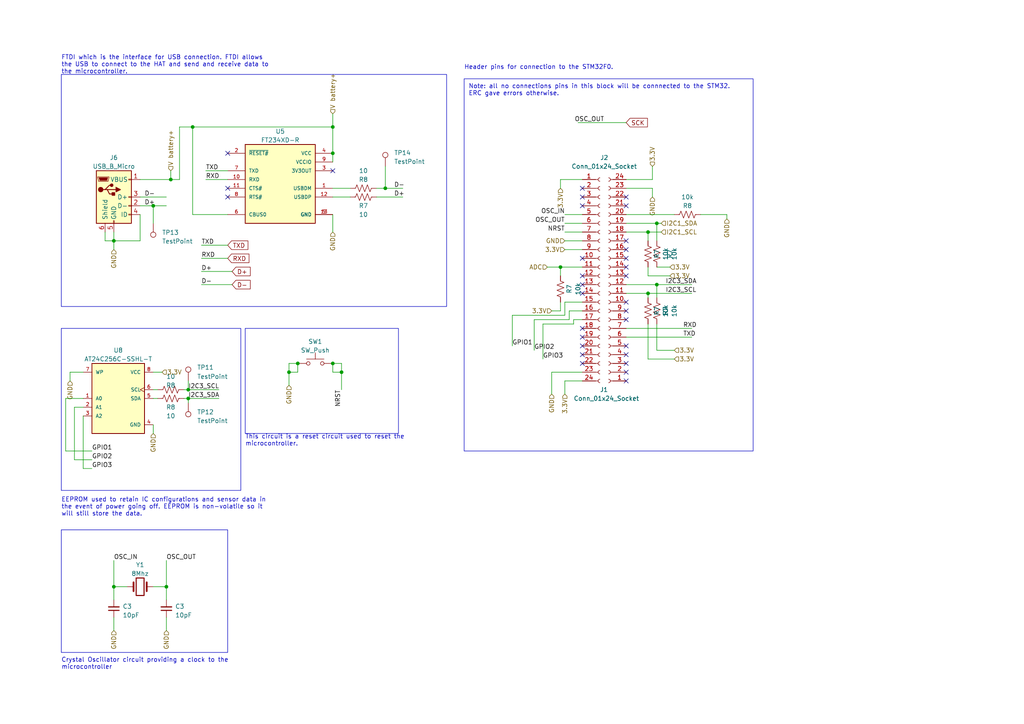
<source format=kicad_sch>
(kicad_sch (version 20230121) (generator eeschema)

  (uuid 3a361b6d-447b-4314-a78f-9a1499b5df99)

  (paper "A4")

  (title_block
    (title "Interface IC")
    (date "2023-04-13")
    (rev "v0.21")
    (company "University of Cape Town")
    (comment 1 "Author: Talon Sewnath")
  )

  (lib_symbols
    (symbol "Connector:Conn_01x24_Socket" (pin_names (offset 1.016) hide) (in_bom yes) (on_board yes)
      (property "Reference" "J" (at 0 30.48 0)
        (effects (font (size 1.27 1.27)))
      )
      (property "Value" "Conn_01x24_Socket" (at 0 -33.02 0)
        (effects (font (size 1.27 1.27)))
      )
      (property "Footprint" "" (at 0 0 0)
        (effects (font (size 1.27 1.27)) hide)
      )
      (property "Datasheet" "~" (at 0 0 0)
        (effects (font (size 1.27 1.27)) hide)
      )
      (property "ki_locked" "" (at 0 0 0)
        (effects (font (size 1.27 1.27)))
      )
      (property "ki_keywords" "connector" (at 0 0 0)
        (effects (font (size 1.27 1.27)) hide)
      )
      (property "ki_description" "Generic connector, single row, 01x24, script generated" (at 0 0 0)
        (effects (font (size 1.27 1.27)) hide)
      )
      (property "ki_fp_filters" "Connector*:*_1x??_*" (at 0 0 0)
        (effects (font (size 1.27 1.27)) hide)
      )
      (symbol "Conn_01x24_Socket_1_1"
        (arc (start 0 -29.972) (mid -0.5058 -30.48) (end 0 -30.988)
          (stroke (width 0.1524) (type default))
          (fill (type none))
        )
        (arc (start 0 -27.432) (mid -0.5058 -27.94) (end 0 -28.448)
          (stroke (width 0.1524) (type default))
          (fill (type none))
        )
        (arc (start 0 -24.892) (mid -0.5058 -25.4) (end 0 -25.908)
          (stroke (width 0.1524) (type default))
          (fill (type none))
        )
        (arc (start 0 -22.352) (mid -0.5058 -22.86) (end 0 -23.368)
          (stroke (width 0.1524) (type default))
          (fill (type none))
        )
        (arc (start 0 -19.812) (mid -0.5058 -20.32) (end 0 -20.828)
          (stroke (width 0.1524) (type default))
          (fill (type none))
        )
        (arc (start 0 -17.272) (mid -0.5058 -17.78) (end 0 -18.288)
          (stroke (width 0.1524) (type default))
          (fill (type none))
        )
        (arc (start 0 -14.732) (mid -0.5058 -15.24) (end 0 -15.748)
          (stroke (width 0.1524) (type default))
          (fill (type none))
        )
        (arc (start 0 -12.192) (mid -0.5058 -12.7) (end 0 -13.208)
          (stroke (width 0.1524) (type default))
          (fill (type none))
        )
        (arc (start 0 -9.652) (mid -0.5058 -10.16) (end 0 -10.668)
          (stroke (width 0.1524) (type default))
          (fill (type none))
        )
        (arc (start 0 -7.112) (mid -0.5058 -7.62) (end 0 -8.128)
          (stroke (width 0.1524) (type default))
          (fill (type none))
        )
        (arc (start 0 -4.572) (mid -0.5058 -5.08) (end 0 -5.588)
          (stroke (width 0.1524) (type default))
          (fill (type none))
        )
        (arc (start 0 -2.032) (mid -0.5058 -2.54) (end 0 -3.048)
          (stroke (width 0.1524) (type default))
          (fill (type none))
        )
        (polyline
          (pts
            (xy -1.27 -30.48)
            (xy -0.508 -30.48)
          )
          (stroke (width 0.1524) (type default))
          (fill (type none))
        )
        (polyline
          (pts
            (xy -1.27 -27.94)
            (xy -0.508 -27.94)
          )
          (stroke (width 0.1524) (type default))
          (fill (type none))
        )
        (polyline
          (pts
            (xy -1.27 -25.4)
            (xy -0.508 -25.4)
          )
          (stroke (width 0.1524) (type default))
          (fill (type none))
        )
        (polyline
          (pts
            (xy -1.27 -22.86)
            (xy -0.508 -22.86)
          )
          (stroke (width 0.1524) (type default))
          (fill (type none))
        )
        (polyline
          (pts
            (xy -1.27 -20.32)
            (xy -0.508 -20.32)
          )
          (stroke (width 0.1524) (type default))
          (fill (type none))
        )
        (polyline
          (pts
            (xy -1.27 -17.78)
            (xy -0.508 -17.78)
          )
          (stroke (width 0.1524) (type default))
          (fill (type none))
        )
        (polyline
          (pts
            (xy -1.27 -15.24)
            (xy -0.508 -15.24)
          )
          (stroke (width 0.1524) (type default))
          (fill (type none))
        )
        (polyline
          (pts
            (xy -1.27 -12.7)
            (xy -0.508 -12.7)
          )
          (stroke (width 0.1524) (type default))
          (fill (type none))
        )
        (polyline
          (pts
            (xy -1.27 -10.16)
            (xy -0.508 -10.16)
          )
          (stroke (width 0.1524) (type default))
          (fill (type none))
        )
        (polyline
          (pts
            (xy -1.27 -7.62)
            (xy -0.508 -7.62)
          )
          (stroke (width 0.1524) (type default))
          (fill (type none))
        )
        (polyline
          (pts
            (xy -1.27 -5.08)
            (xy -0.508 -5.08)
          )
          (stroke (width 0.1524) (type default))
          (fill (type none))
        )
        (polyline
          (pts
            (xy -1.27 -2.54)
            (xy -0.508 -2.54)
          )
          (stroke (width 0.1524) (type default))
          (fill (type none))
        )
        (polyline
          (pts
            (xy -1.27 0)
            (xy -0.508 0)
          )
          (stroke (width 0.1524) (type default))
          (fill (type none))
        )
        (polyline
          (pts
            (xy -1.27 2.54)
            (xy -0.508 2.54)
          )
          (stroke (width 0.1524) (type default))
          (fill (type none))
        )
        (polyline
          (pts
            (xy -1.27 5.08)
            (xy -0.508 5.08)
          )
          (stroke (width 0.1524) (type default))
          (fill (type none))
        )
        (polyline
          (pts
            (xy -1.27 7.62)
            (xy -0.508 7.62)
          )
          (stroke (width 0.1524) (type default))
          (fill (type none))
        )
        (polyline
          (pts
            (xy -1.27 10.16)
            (xy -0.508 10.16)
          )
          (stroke (width 0.1524) (type default))
          (fill (type none))
        )
        (polyline
          (pts
            (xy -1.27 12.7)
            (xy -0.508 12.7)
          )
          (stroke (width 0.1524) (type default))
          (fill (type none))
        )
        (polyline
          (pts
            (xy -1.27 15.24)
            (xy -0.508 15.24)
          )
          (stroke (width 0.1524) (type default))
          (fill (type none))
        )
        (polyline
          (pts
            (xy -1.27 17.78)
            (xy -0.508 17.78)
          )
          (stroke (width 0.1524) (type default))
          (fill (type none))
        )
        (polyline
          (pts
            (xy -1.27 20.32)
            (xy -0.508 20.32)
          )
          (stroke (width 0.1524) (type default))
          (fill (type none))
        )
        (polyline
          (pts
            (xy -1.27 22.86)
            (xy -0.508 22.86)
          )
          (stroke (width 0.1524) (type default))
          (fill (type none))
        )
        (polyline
          (pts
            (xy -1.27 25.4)
            (xy -0.508 25.4)
          )
          (stroke (width 0.1524) (type default))
          (fill (type none))
        )
        (polyline
          (pts
            (xy -1.27 27.94)
            (xy -0.508 27.94)
          )
          (stroke (width 0.1524) (type default))
          (fill (type none))
        )
        (arc (start 0 0.508) (mid -0.5058 0) (end 0 -0.508)
          (stroke (width 0.1524) (type default))
          (fill (type none))
        )
        (arc (start 0 3.048) (mid -0.5058 2.54) (end 0 2.032)
          (stroke (width 0.1524) (type default))
          (fill (type none))
        )
        (arc (start 0 5.588) (mid -0.5058 5.08) (end 0 4.572)
          (stroke (width 0.1524) (type default))
          (fill (type none))
        )
        (arc (start 0 8.128) (mid -0.5058 7.62) (end 0 7.112)
          (stroke (width 0.1524) (type default))
          (fill (type none))
        )
        (arc (start 0 10.668) (mid -0.5058 10.16) (end 0 9.652)
          (stroke (width 0.1524) (type default))
          (fill (type none))
        )
        (arc (start 0 13.208) (mid -0.5058 12.7) (end 0 12.192)
          (stroke (width 0.1524) (type default))
          (fill (type none))
        )
        (arc (start 0 15.748) (mid -0.5058 15.24) (end 0 14.732)
          (stroke (width 0.1524) (type default))
          (fill (type none))
        )
        (arc (start 0 18.288) (mid -0.5058 17.78) (end 0 17.272)
          (stroke (width 0.1524) (type default))
          (fill (type none))
        )
        (arc (start 0 20.828) (mid -0.5058 20.32) (end 0 19.812)
          (stroke (width 0.1524) (type default))
          (fill (type none))
        )
        (arc (start 0 23.368) (mid -0.5058 22.86) (end 0 22.352)
          (stroke (width 0.1524) (type default))
          (fill (type none))
        )
        (arc (start 0 25.908) (mid -0.5058 25.4) (end 0 24.892)
          (stroke (width 0.1524) (type default))
          (fill (type none))
        )
        (arc (start 0 28.448) (mid -0.5058 27.94) (end 0 27.432)
          (stroke (width 0.1524) (type default))
          (fill (type none))
        )
        (pin passive line (at -5.08 27.94 0) (length 3.81)
          (name "Pin_1" (effects (font (size 1.27 1.27))))
          (number "1" (effects (font (size 1.27 1.27))))
        )
        (pin passive line (at -5.08 5.08 0) (length 3.81)
          (name "Pin_10" (effects (font (size 1.27 1.27))))
          (number "10" (effects (font (size 1.27 1.27))))
        )
        (pin passive line (at -5.08 2.54 0) (length 3.81)
          (name "Pin_11" (effects (font (size 1.27 1.27))))
          (number "11" (effects (font (size 1.27 1.27))))
        )
        (pin passive line (at -5.08 0 0) (length 3.81)
          (name "Pin_12" (effects (font (size 1.27 1.27))))
          (number "12" (effects (font (size 1.27 1.27))))
        )
        (pin passive line (at -5.08 -2.54 0) (length 3.81)
          (name "Pin_13" (effects (font (size 1.27 1.27))))
          (number "13" (effects (font (size 1.27 1.27))))
        )
        (pin passive line (at -5.08 -5.08 0) (length 3.81)
          (name "Pin_14" (effects (font (size 1.27 1.27))))
          (number "14" (effects (font (size 1.27 1.27))))
        )
        (pin passive line (at -5.08 -7.62 0) (length 3.81)
          (name "Pin_15" (effects (font (size 1.27 1.27))))
          (number "15" (effects (font (size 1.27 1.27))))
        )
        (pin passive line (at -5.08 -10.16 0) (length 3.81)
          (name "Pin_16" (effects (font (size 1.27 1.27))))
          (number "16" (effects (font (size 1.27 1.27))))
        )
        (pin passive line (at -5.08 -12.7 0) (length 3.81)
          (name "Pin_17" (effects (font (size 1.27 1.27))))
          (number "17" (effects (font (size 1.27 1.27))))
        )
        (pin passive line (at -5.08 -15.24 0) (length 3.81)
          (name "Pin_18" (effects (font (size 1.27 1.27))))
          (number "18" (effects (font (size 1.27 1.27))))
        )
        (pin passive line (at -5.08 -17.78 0) (length 3.81)
          (name "Pin_19" (effects (font (size 1.27 1.27))))
          (number "19" (effects (font (size 1.27 1.27))))
        )
        (pin passive line (at -5.08 25.4 0) (length 3.81)
          (name "Pin_2" (effects (font (size 1.27 1.27))))
          (number "2" (effects (font (size 1.27 1.27))))
        )
        (pin passive line (at -5.08 -20.32 0) (length 3.81)
          (name "Pin_20" (effects (font (size 1.27 1.27))))
          (number "20" (effects (font (size 1.27 1.27))))
        )
        (pin passive line (at -5.08 -22.86 0) (length 3.81)
          (name "Pin_21" (effects (font (size 1.27 1.27))))
          (number "21" (effects (font (size 1.27 1.27))))
        )
        (pin passive line (at -5.08 -25.4 0) (length 3.81)
          (name "Pin_22" (effects (font (size 1.27 1.27))))
          (number "22" (effects (font (size 1.27 1.27))))
        )
        (pin passive line (at -5.08 -27.94 0) (length 3.81)
          (name "Pin_23" (effects (font (size 1.27 1.27))))
          (number "23" (effects (font (size 1.27 1.27))))
        )
        (pin passive line (at -5.08 -30.48 0) (length 3.81)
          (name "Pin_24" (effects (font (size 1.27 1.27))))
          (number "24" (effects (font (size 1.27 1.27))))
        )
        (pin passive line (at -5.08 22.86 0) (length 3.81)
          (name "Pin_3" (effects (font (size 1.27 1.27))))
          (number "3" (effects (font (size 1.27 1.27))))
        )
        (pin passive line (at -5.08 20.32 0) (length 3.81)
          (name "Pin_4" (effects (font (size 1.27 1.27))))
          (number "4" (effects (font (size 1.27 1.27))))
        )
        (pin passive line (at -5.08 17.78 0) (length 3.81)
          (name "Pin_5" (effects (font (size 1.27 1.27))))
          (number "5" (effects (font (size 1.27 1.27))))
        )
        (pin passive line (at -5.08 15.24 0) (length 3.81)
          (name "Pin_6" (effects (font (size 1.27 1.27))))
          (number "6" (effects (font (size 1.27 1.27))))
        )
        (pin passive line (at -5.08 12.7 0) (length 3.81)
          (name "Pin_7" (effects (font (size 1.27 1.27))))
          (number "7" (effects (font (size 1.27 1.27))))
        )
        (pin passive line (at -5.08 10.16 0) (length 3.81)
          (name "Pin_8" (effects (font (size 1.27 1.27))))
          (number "8" (effects (font (size 1.27 1.27))))
        )
        (pin passive line (at -5.08 7.62 0) (length 3.81)
          (name "Pin_9" (effects (font (size 1.27 1.27))))
          (number "9" (effects (font (size 1.27 1.27))))
        )
      )
    )
    (symbol "Connector:TestPoint" (pin_numbers hide) (pin_names (offset 0.762) hide) (in_bom yes) (on_board yes)
      (property "Reference" "TP" (at 0 6.858 0)
        (effects (font (size 1.27 1.27)))
      )
      (property "Value" "TestPoint" (at 0 5.08 0)
        (effects (font (size 1.27 1.27)))
      )
      (property "Footprint" "" (at 5.08 0 0)
        (effects (font (size 1.27 1.27)) hide)
      )
      (property "Datasheet" "~" (at 5.08 0 0)
        (effects (font (size 1.27 1.27)) hide)
      )
      (property "ki_keywords" "test point tp" (at 0 0 0)
        (effects (font (size 1.27 1.27)) hide)
      )
      (property "ki_description" "test point" (at 0 0 0)
        (effects (font (size 1.27 1.27)) hide)
      )
      (property "ki_fp_filters" "Pin* Test*" (at 0 0 0)
        (effects (font (size 1.27 1.27)) hide)
      )
      (symbol "TestPoint_0_1"
        (circle (center 0 3.302) (radius 0.762)
          (stroke (width 0) (type default))
          (fill (type none))
        )
      )
      (symbol "TestPoint_1_1"
        (pin passive line (at 0 0 90) (length 2.54)
          (name "1" (effects (font (size 1.27 1.27))))
          (number "1" (effects (font (size 1.27 1.27))))
        )
      )
    )
    (symbol "Connector:USB_B_Micro" (pin_names (offset 1.016)) (in_bom yes) (on_board yes)
      (property "Reference" "J" (at -5.08 11.43 0)
        (effects (font (size 1.27 1.27)) (justify left))
      )
      (property "Value" "USB_B_Micro" (at -5.08 8.89 0)
        (effects (font (size 1.27 1.27)) (justify left))
      )
      (property "Footprint" "" (at 3.81 -1.27 0)
        (effects (font (size 1.27 1.27)) hide)
      )
      (property "Datasheet" "~" (at 3.81 -1.27 0)
        (effects (font (size 1.27 1.27)) hide)
      )
      (property "ki_keywords" "connector USB micro" (at 0 0 0)
        (effects (font (size 1.27 1.27)) hide)
      )
      (property "ki_description" "USB Micro Type B connector" (at 0 0 0)
        (effects (font (size 1.27 1.27)) hide)
      )
      (property "ki_fp_filters" "USB*" (at 0 0 0)
        (effects (font (size 1.27 1.27)) hide)
      )
      (symbol "USB_B_Micro_0_1"
        (rectangle (start -5.08 -7.62) (end 5.08 7.62)
          (stroke (width 0.254) (type default))
          (fill (type background))
        )
        (circle (center -3.81 2.159) (radius 0.635)
          (stroke (width 0.254) (type default))
          (fill (type outline))
        )
        (circle (center -0.635 3.429) (radius 0.381)
          (stroke (width 0.254) (type default))
          (fill (type outline))
        )
        (rectangle (start -0.127 -7.62) (end 0.127 -6.858)
          (stroke (width 0) (type default))
          (fill (type none))
        )
        (polyline
          (pts
            (xy -1.905 2.159)
            (xy 0.635 2.159)
          )
          (stroke (width 0.254) (type default))
          (fill (type none))
        )
        (polyline
          (pts
            (xy -3.175 2.159)
            (xy -2.54 2.159)
            (xy -1.27 3.429)
            (xy -0.635 3.429)
          )
          (stroke (width 0.254) (type default))
          (fill (type none))
        )
        (polyline
          (pts
            (xy -2.54 2.159)
            (xy -1.905 2.159)
            (xy -1.27 0.889)
            (xy 0 0.889)
          )
          (stroke (width 0.254) (type default))
          (fill (type none))
        )
        (polyline
          (pts
            (xy 0.635 2.794)
            (xy 0.635 1.524)
            (xy 1.905 2.159)
            (xy 0.635 2.794)
          )
          (stroke (width 0.254) (type default))
          (fill (type outline))
        )
        (polyline
          (pts
            (xy -4.318 5.588)
            (xy -1.778 5.588)
            (xy -2.032 4.826)
            (xy -4.064 4.826)
            (xy -4.318 5.588)
          )
          (stroke (width 0) (type default))
          (fill (type outline))
        )
        (polyline
          (pts
            (xy -4.699 5.842)
            (xy -4.699 5.588)
            (xy -4.445 4.826)
            (xy -4.445 4.572)
            (xy -1.651 4.572)
            (xy -1.651 4.826)
            (xy -1.397 5.588)
            (xy -1.397 5.842)
            (xy -4.699 5.842)
          )
          (stroke (width 0) (type default))
          (fill (type none))
        )
        (rectangle (start 0.254 1.27) (end -0.508 0.508)
          (stroke (width 0.254) (type default))
          (fill (type outline))
        )
        (rectangle (start 5.08 -5.207) (end 4.318 -4.953)
          (stroke (width 0) (type default))
          (fill (type none))
        )
        (rectangle (start 5.08 -2.667) (end 4.318 -2.413)
          (stroke (width 0) (type default))
          (fill (type none))
        )
        (rectangle (start 5.08 -0.127) (end 4.318 0.127)
          (stroke (width 0) (type default))
          (fill (type none))
        )
        (rectangle (start 5.08 4.953) (end 4.318 5.207)
          (stroke (width 0) (type default))
          (fill (type none))
        )
      )
      (symbol "USB_B_Micro_1_1"
        (pin power_out line (at 7.62 5.08 180) (length 2.54)
          (name "VBUS" (effects (font (size 1.27 1.27))))
          (number "1" (effects (font (size 1.27 1.27))))
        )
        (pin bidirectional line (at 7.62 -2.54 180) (length 2.54)
          (name "D-" (effects (font (size 1.27 1.27))))
          (number "2" (effects (font (size 1.27 1.27))))
        )
        (pin bidirectional line (at 7.62 0 180) (length 2.54)
          (name "D+" (effects (font (size 1.27 1.27))))
          (number "3" (effects (font (size 1.27 1.27))))
        )
        (pin passive line (at 7.62 -5.08 180) (length 2.54)
          (name "ID" (effects (font (size 1.27 1.27))))
          (number "4" (effects (font (size 1.27 1.27))))
        )
        (pin power_out line (at 0 -10.16 90) (length 2.54)
          (name "GND" (effects (font (size 1.27 1.27))))
          (number "5" (effects (font (size 1.27 1.27))))
        )
        (pin passive line (at -2.54 -10.16 90) (length 2.54)
          (name "Shield" (effects (font (size 1.27 1.27))))
          (number "6" (effects (font (size 1.27 1.27))))
        )
      )
    )
    (symbol "Device:C_Small" (pin_numbers hide) (pin_names (offset 0.254) hide) (in_bom yes) (on_board yes)
      (property "Reference" "C" (at 0.254 1.778 0)
        (effects (font (size 1.27 1.27)) (justify left))
      )
      (property "Value" "C_Small" (at 0.254 -2.032 0)
        (effects (font (size 1.27 1.27)) (justify left))
      )
      (property "Footprint" "" (at 0 0 0)
        (effects (font (size 1.27 1.27)) hide)
      )
      (property "Datasheet" "~" (at 0 0 0)
        (effects (font (size 1.27 1.27)) hide)
      )
      (property "ki_keywords" "capacitor cap" (at 0 0 0)
        (effects (font (size 1.27 1.27)) hide)
      )
      (property "ki_description" "Unpolarized capacitor, small symbol" (at 0 0 0)
        (effects (font (size 1.27 1.27)) hide)
      )
      (property "ki_fp_filters" "C_*" (at 0 0 0)
        (effects (font (size 1.27 1.27)) hide)
      )
      (symbol "C_Small_0_1"
        (polyline
          (pts
            (xy -1.524 -0.508)
            (xy 1.524 -0.508)
          )
          (stroke (width 0.3302) (type default))
          (fill (type none))
        )
        (polyline
          (pts
            (xy -1.524 0.508)
            (xy 1.524 0.508)
          )
          (stroke (width 0.3048) (type default))
          (fill (type none))
        )
      )
      (symbol "C_Small_1_1"
        (pin passive line (at 0 2.54 270) (length 2.032)
          (name "~" (effects (font (size 1.27 1.27))))
          (number "1" (effects (font (size 1.27 1.27))))
        )
        (pin passive line (at 0 -2.54 90) (length 2.032)
          (name "~" (effects (font (size 1.27 1.27))))
          (number "2" (effects (font (size 1.27 1.27))))
        )
      )
    )
    (symbol "Device:Crystal" (pin_numbers hide) (pin_names (offset 1.016) hide) (in_bom yes) (on_board yes)
      (property "Reference" "Y" (at 0 3.81 0)
        (effects (font (size 1.27 1.27)))
      )
      (property "Value" "Crystal" (at 0 -3.81 0)
        (effects (font (size 1.27 1.27)))
      )
      (property "Footprint" "" (at 0 0 0)
        (effects (font (size 1.27 1.27)) hide)
      )
      (property "Datasheet" "~" (at 0 0 0)
        (effects (font (size 1.27 1.27)) hide)
      )
      (property "ki_keywords" "quartz ceramic resonator oscillator" (at 0 0 0)
        (effects (font (size 1.27 1.27)) hide)
      )
      (property "ki_description" "Two pin crystal" (at 0 0 0)
        (effects (font (size 1.27 1.27)) hide)
      )
      (property "ki_fp_filters" "Crystal*" (at 0 0 0)
        (effects (font (size 1.27 1.27)) hide)
      )
      (symbol "Crystal_0_1"
        (rectangle (start -1.143 2.54) (end 1.143 -2.54)
          (stroke (width 0.3048) (type default))
          (fill (type none))
        )
        (polyline
          (pts
            (xy -2.54 0)
            (xy -1.905 0)
          )
          (stroke (width 0) (type default))
          (fill (type none))
        )
        (polyline
          (pts
            (xy -1.905 -1.27)
            (xy -1.905 1.27)
          )
          (stroke (width 0.508) (type default))
          (fill (type none))
        )
        (polyline
          (pts
            (xy 1.905 -1.27)
            (xy 1.905 1.27)
          )
          (stroke (width 0.508) (type default))
          (fill (type none))
        )
        (polyline
          (pts
            (xy 2.54 0)
            (xy 1.905 0)
          )
          (stroke (width 0) (type default))
          (fill (type none))
        )
      )
      (symbol "Crystal_1_1"
        (pin passive line (at -3.81 0 0) (length 1.27)
          (name "1" (effects (font (size 1.27 1.27))))
          (number "1" (effects (font (size 1.27 1.27))))
        )
        (pin passive line (at 3.81 0 180) (length 1.27)
          (name "2" (effects (font (size 1.27 1.27))))
          (number "2" (effects (font (size 1.27 1.27))))
        )
      )
    )
    (symbol "Device:R_US" (pin_numbers hide) (pin_names (offset 0)) (in_bom yes) (on_board yes)
      (property "Reference" "R" (at 2.54 0 90)
        (effects (font (size 1.27 1.27)))
      )
      (property "Value" "R_US" (at -2.54 0 90)
        (effects (font (size 1.27 1.27)))
      )
      (property "Footprint" "" (at 1.016 -0.254 90)
        (effects (font (size 1.27 1.27)) hide)
      )
      (property "Datasheet" "~" (at 0 0 0)
        (effects (font (size 1.27 1.27)) hide)
      )
      (property "ki_keywords" "R res resistor" (at 0 0 0)
        (effects (font (size 1.27 1.27)) hide)
      )
      (property "ki_description" "Resistor, US symbol" (at 0 0 0)
        (effects (font (size 1.27 1.27)) hide)
      )
      (property "ki_fp_filters" "R_*" (at 0 0 0)
        (effects (font (size 1.27 1.27)) hide)
      )
      (symbol "R_US_0_1"
        (polyline
          (pts
            (xy 0 -2.286)
            (xy 0 -2.54)
          )
          (stroke (width 0) (type default))
          (fill (type none))
        )
        (polyline
          (pts
            (xy 0 2.286)
            (xy 0 2.54)
          )
          (stroke (width 0) (type default))
          (fill (type none))
        )
        (polyline
          (pts
            (xy 0 -0.762)
            (xy 1.016 -1.143)
            (xy 0 -1.524)
            (xy -1.016 -1.905)
            (xy 0 -2.286)
          )
          (stroke (width 0) (type default))
          (fill (type none))
        )
        (polyline
          (pts
            (xy 0 0.762)
            (xy 1.016 0.381)
            (xy 0 0)
            (xy -1.016 -0.381)
            (xy 0 -0.762)
          )
          (stroke (width 0) (type default))
          (fill (type none))
        )
        (polyline
          (pts
            (xy 0 2.286)
            (xy 1.016 1.905)
            (xy 0 1.524)
            (xy -1.016 1.143)
            (xy 0 0.762)
          )
          (stroke (width 0) (type default))
          (fill (type none))
        )
      )
      (symbol "R_US_1_1"
        (pin passive line (at 0 3.81 270) (length 1.27)
          (name "~" (effects (font (size 1.27 1.27))))
          (number "1" (effects (font (size 1.27 1.27))))
        )
        (pin passive line (at 0 -3.81 90) (length 1.27)
          (name "~" (effects (font (size 1.27 1.27))))
          (number "2" (effects (font (size 1.27 1.27))))
        )
      )
    )
    (symbol "EEEE3088 Library:AT24C256C-SSHL-T" (pin_names (offset 1.016)) (in_bom yes) (on_board yes)
      (property "Reference" "U" (at -7.6427 10.1903 0)
        (effects (font (size 1.27 1.27)) (justify left bottom))
      )
      (property "Value" "AT24C256C-SSHL-T" (at -7.6309 -12.7181 0)
        (effects (font (size 1.27 1.27)) (justify left bottom))
      )
      (property "Footprint" "SOIC127P600X175-8N" (at 0 0 0)
        (effects (font (size 1.27 1.27)) (justify bottom) hide)
      )
      (property "Datasheet" "" (at 0 0 0)
        (effects (font (size 1.27 1.27)) hide)
      )
      (property "MANUFACTURER" "Atmel" (at 0 0 0)
        (effects (font (size 1.27 1.27)) (justify bottom) hide)
      )
      (symbol "AT24C256C-SSHL-T_0_0"
        (rectangle (start -7.62 -10.16) (end 7.62 10.16)
          (stroke (width 0.254) (type default))
          (fill (type background))
        )
        (pin input line (at -10.16 0 0) (length 2.54)
          (name "A0" (effects (font (size 1.016 1.016))))
          (number "1" (effects (font (size 1.016 1.016))))
        )
        (pin input line (at -10.16 -2.54 0) (length 2.54)
          (name "A1" (effects (font (size 1.016 1.016))))
          (number "2" (effects (font (size 1.016 1.016))))
        )
        (pin input line (at -10.16 -5.08 0) (length 2.54)
          (name "A2" (effects (font (size 1.016 1.016))))
          (number "3" (effects (font (size 1.016 1.016))))
        )
        (pin power_in line (at 10.16 -7.62 180) (length 2.54)
          (name "GND" (effects (font (size 1.016 1.016))))
          (number "4" (effects (font (size 1.016 1.016))))
        )
        (pin bidirectional line (at 10.16 0 180) (length 2.54)
          (name "SDA" (effects (font (size 1.016 1.016))))
          (number "5" (effects (font (size 1.016 1.016))))
        )
        (pin input clock (at 10.16 2.54 180) (length 2.54)
          (name "SCL" (effects (font (size 1.016 1.016))))
          (number "6" (effects (font (size 1.016 1.016))))
        )
        (pin input line (at -10.16 7.62 0) (length 2.54)
          (name "WP" (effects (font (size 1.016 1.016))))
          (number "7" (effects (font (size 1.016 1.016))))
        )
        (pin power_in line (at 10.16 7.62 180) (length 2.54)
          (name "VCC" (effects (font (size 1.016 1.016))))
          (number "8" (effects (font (size 1.016 1.016))))
        )
      )
    )
    (symbol "EEEE3088 Library:FT234XD-R" (pin_names (offset 1.016)) (in_bom yes) (on_board yes)
      (property "Reference" "U" (at -10.16 13.97 0)
        (effects (font (size 1.27 1.27)) (justify left bottom))
      )
      (property "Value" "FT234XD-R" (at -10.16 -11.43 0)
        (effects (font (size 1.27 1.27)) (justify left top))
      )
      (property "Footprint" "SON45P300X300X80-13N" (at 0 0 0)
        (effects (font (size 1.27 1.27)) (justify bottom) hide)
      )
      (property "Datasheet" "" (at 0 0 0)
        (effects (font (size 1.27 1.27)) hide)
      )
      (property "STANDARD" "IPC-7351B" (at 0 0 0)
        (effects (font (size 1.27 1.27)) (justify bottom) hide)
      )
      (property "PARTREV" "Version 1.2" (at 0 0 0)
        (effects (font (size 1.27 1.27)) (justify bottom) hide)
      )
      (property "MANUFACTURER" "FTDI" (at 0 0 0)
        (effects (font (size 1.27 1.27)) (justify bottom) hide)
      )
      (property "MAXIMUM_PACKAGE_HEIGHT" "0.8mm" (at 0 0 0)
        (effects (font (size 1.27 1.27)) (justify bottom) hide)
      )
      (symbol "FT234XD-R_0_0"
        (rectangle (start -10.16 -10.16) (end 10.16 12.7)
          (stroke (width 0.254) (type default))
          (fill (type background))
        )
        (pin bidirectional line (at 15.24 0 180) (length 5.08)
          (name "USBDM" (effects (font (size 1.016 1.016))))
          (number "1" (effects (font (size 1.016 1.016))))
        )
        (pin input line (at -15.24 2.54 0) (length 5.08)
          (name "RXD" (effects (font (size 1.016 1.016))))
          (number "10" (effects (font (size 1.016 1.016))))
        )
        (pin input line (at -15.24 0 0) (length 5.08)
          (name "CTS#" (effects (font (size 1.016 1.016))))
          (number "11" (effects (font (size 1.016 1.016))))
        )
        (pin bidirectional line (at 15.24 -2.54 180) (length 5.08)
          (name "USBDP" (effects (font (size 1.016 1.016))))
          (number "12" (effects (font (size 1.016 1.016))))
        )
        (pin power_in line (at 15.24 -7.62 180) (length 5.08)
          (name "GND" (effects (font (size 1.016 1.016))))
          (number "13" (effects (font (size 1.016 1.016))))
        )
        (pin input line (at -15.24 10.16 0) (length 5.08)
          (name "~{RESET#}" (effects (font (size 1.016 1.016))))
          (number "2" (effects (font (size 1.016 1.016))))
        )
        (pin output line (at 15.24 5.08 180) (length 5.08)
          (name "3V3OUT" (effects (font (size 1.016 1.016))))
          (number "3" (effects (font (size 1.016 1.016))))
        )
        (pin power_in line (at 15.24 10.16 180) (length 5.08)
          (name "VCC" (effects (font (size 1.016 1.016))))
          (number "4" (effects (font (size 1.016 1.016))))
        )
        (pin power_in line (at 15.24 -7.62 180) (length 5.08)
          (name "GND" (effects (font (size 1.016 1.016))))
          (number "5" (effects (font (size 1.016 1.016))))
        )
        (pin bidirectional line (at -15.24 -7.62 0) (length 5.08)
          (name "CBUS0" (effects (font (size 1.016 1.016))))
          (number "6" (effects (font (size 1.016 1.016))))
        )
        (pin output line (at -15.24 5.08 0) (length 5.08)
          (name "TXD" (effects (font (size 1.016 1.016))))
          (number "7" (effects (font (size 1.016 1.016))))
        )
        (pin output line (at -15.24 -2.54 0) (length 5.08)
          (name "RTS#" (effects (font (size 1.016 1.016))))
          (number "8" (effects (font (size 1.016 1.016))))
        )
        (pin power_in line (at 15.24 7.62 180) (length 5.08)
          (name "VCCIO" (effects (font (size 1.016 1.016))))
          (number "9" (effects (font (size 1.016 1.016))))
        )
      )
    )
    (symbol "Switch:SW_Push" (pin_numbers hide) (pin_names (offset 1.016) hide) (in_bom yes) (on_board yes)
      (property "Reference" "SW" (at 1.27 2.54 0)
        (effects (font (size 1.27 1.27)) (justify left))
      )
      (property "Value" "SW_Push" (at 0 -1.524 0)
        (effects (font (size 1.27 1.27)))
      )
      (property "Footprint" "" (at 0 5.08 0)
        (effects (font (size 1.27 1.27)) hide)
      )
      (property "Datasheet" "~" (at 0 5.08 0)
        (effects (font (size 1.27 1.27)) hide)
      )
      (property "ki_keywords" "switch normally-open pushbutton push-button" (at 0 0 0)
        (effects (font (size 1.27 1.27)) hide)
      )
      (property "ki_description" "Push button switch, generic, two pins" (at 0 0 0)
        (effects (font (size 1.27 1.27)) hide)
      )
      (symbol "SW_Push_0_1"
        (circle (center -2.032 0) (radius 0.508)
          (stroke (width 0) (type default))
          (fill (type none))
        )
        (polyline
          (pts
            (xy 0 1.27)
            (xy 0 3.048)
          )
          (stroke (width 0) (type default))
          (fill (type none))
        )
        (polyline
          (pts
            (xy 2.54 1.27)
            (xy -2.54 1.27)
          )
          (stroke (width 0) (type default))
          (fill (type none))
        )
        (circle (center 2.032 0) (radius 0.508)
          (stroke (width 0) (type default))
          (fill (type none))
        )
        (pin passive line (at -5.08 0 0) (length 2.54)
          (name "1" (effects (font (size 1.27 1.27))))
          (number "1" (effects (font (size 1.27 1.27))))
        )
        (pin passive line (at 5.08 0 180) (length 2.54)
          (name "2" (effects (font (size 1.27 1.27))))
          (number "2" (effects (font (size 1.27 1.27))))
        )
      )
    )
  )

  (junction (at 111.76 54.61) (diameter 0) (color 0 0 0 0)
    (uuid 0473ee2c-585d-4f77-a5c3-621a5c7841e1)
  )
  (junction (at 96.52 36.83) (diameter 0) (color 0 0 0 0)
    (uuid 19a0c091-bb60-46e6-8294-b41a726409bf)
  )
  (junction (at 96.52 44.45) (diameter 0) (color 0 0 0 0)
    (uuid 26859ea6-3f30-4c59-9456-39d6769b3ccd)
  )
  (junction (at 33.02 170.18) (diameter 0) (color 0 0 0 0)
    (uuid 2ab2d423-5632-4cc5-a737-8fe019e2d5f8)
  )
  (junction (at 187.96 85.09) (diameter 0) (color 0 0 0 0)
    (uuid 428a3cb2-5ab0-4d91-9f3e-6ca35b155329)
  )
  (junction (at 54.61 113.03) (diameter 0) (color 0 0 0 0)
    (uuid 42cf22cc-cf52-43c6-afa6-18881c80133e)
  )
  (junction (at 55.88 36.83) (diameter 0) (color 0 0 0 0)
    (uuid 458bda47-6dc9-48ef-befc-5dd436a3b300)
  )
  (junction (at 99.06 107.95) (diameter 0) (color 0 0 0 0)
    (uuid 610e73fb-64f5-47f9-9148-ed97f857e382)
  )
  (junction (at 190.5 82.55) (diameter 0) (color 0 0 0 0)
    (uuid 62524e16-0ba7-40b3-8e07-a9169ee3b704)
  )
  (junction (at 54.61 115.57) (diameter 0) (color 0 0 0 0)
    (uuid 6381e21f-9bb5-4aa4-89ea-386905960ca6)
  )
  (junction (at 83.82 107.95) (diameter 0) (color 0 0 0 0)
    (uuid 6889fe29-9dce-40bf-93d9-324f863ac074)
  )
  (junction (at 86.36 105.41) (diameter 0) (color 0 0 0 0)
    (uuid 7649c43a-0708-4d9c-9b79-dc52c98540a7)
  )
  (junction (at 162.56 77.47) (diameter 0) (color 0 0 0 0)
    (uuid 913eb57e-8ee9-4079-b3a5-a55f85051d71)
  )
  (junction (at 44.45 59.69) (diameter 0) (color 0 0 0 0)
    (uuid 9430db39-1d81-4b5c-96d1-af90614cebc2)
  )
  (junction (at 48.26 170.18) (diameter 0) (color 0 0 0 0)
    (uuid 979c13f1-b795-4f28-b266-a354819e2654)
  )
  (junction (at 187.96 67.31) (diameter 0) (color 0 0 0 0)
    (uuid 9c4e1eb2-6bf2-4720-bff2-9e42ee0b057b)
  )
  (junction (at 33.02 69.85) (diameter 0) (color 0 0 0 0)
    (uuid a565cefb-31b8-4379-b547-8d631af1436a)
  )
  (junction (at 190.5 64.77) (diameter 0) (color 0 0 0 0)
    (uuid c5b9922f-22be-4f8d-ae3a-8f7b5c31d7e2)
  )
  (junction (at 49.53 52.07) (diameter 0) (color 0 0 0 0)
    (uuid c8c1410b-316e-4f76-a2a8-2347a679e2ab)
  )
  (junction (at 96.52 105.41) (diameter 0) (color 0 0 0 0)
    (uuid f52f2171-3471-4f2c-8256-7fb7e78caad9)
  )

  (no_connect (at 181.61 105.41) (uuid 0685e974-4470-45e2-bf73-f1c8d7e9b57b))
  (no_connect (at 181.61 102.87) (uuid 0fe2cc35-6b66-4c10-a6b2-d86cf16b9605))
  (no_connect (at 168.91 97.79) (uuid 15fa7df7-9919-445d-b45b-e64b866be0c1))
  (no_connect (at 66.04 57.15) (uuid 181f4966-1cff-47d0-a529-afd225836278))
  (no_connect (at 168.91 95.25) (uuid 3269f4d8-edc6-4113-b226-80d8f2e9a464))
  (no_connect (at 168.91 59.69) (uuid 3b9eec21-86b5-4d4a-a8ab-5103fccaf5f0))
  (no_connect (at 168.91 80.01) (uuid 41a92fd9-ea1c-4090-8f26-d15ecb21d060))
  (no_connect (at 181.61 57.15) (uuid 470bfd57-94f2-4cac-bf1c-64cfd6f5abae))
  (no_connect (at 181.61 107.95) (uuid 51054c4c-6a29-41d9-a43b-66d30ec210a4))
  (no_connect (at 181.61 74.93) (uuid 5bc02bcb-9298-46d8-a928-2cd751860685))
  (no_connect (at 181.61 100.33) (uuid 79381c80-0c05-4842-82fe-6646250f9e2c))
  (no_connect (at 168.91 100.33) (uuid 839598e2-99ff-4dea-904b-37774017a3f0))
  (no_connect (at 168.91 57.15) (uuid 913447dc-f292-49c1-8b75-0b4ed748af85))
  (no_connect (at 96.52 49.53) (uuid 91c67374-972f-4e74-b22e-bab190d0d612))
  (no_connect (at 168.91 74.93) (uuid 93b3641f-f785-48f0-9118-3ef55d641924))
  (no_connect (at 181.61 72.39) (uuid a03b0299-4593-4eae-bf7c-625f4f9964f6))
  (no_connect (at 181.61 59.69) (uuid a1f3432f-36e2-4cee-a733-25400b29a3fa))
  (no_connect (at 181.61 110.49) (uuid bfa123f0-4623-4318-af97-3458128da158))
  (no_connect (at 168.91 82.55) (uuid c0d97b44-d7c1-4284-9b70-681f52df3185))
  (no_connect (at 181.61 69.85) (uuid cdb9edd2-eb8c-421e-b636-ccb8eceba0de))
  (no_connect (at 66.04 54.61) (uuid d392d003-169d-4549-93fa-6c64a15ffd77))
  (no_connect (at 181.61 87.63) (uuid e1e5cfd9-92b5-4417-9499-c4a1a0e56f61))
  (no_connect (at 168.91 85.09) (uuid e4eda1f8-6ae7-42c1-a127-71aa3520394b))
  (no_connect (at 168.91 102.87) (uuid e5c52659-1b1f-45a4-85a7-4377b410a05c))
  (no_connect (at 181.61 92.71) (uuid e6a3293a-b136-4855-b454-5790b6771aff))
  (no_connect (at 66.04 44.45) (uuid ead70ae8-05db-4972-bd74-5bcb1dd62670))
  (no_connect (at 168.91 54.61) (uuid eb56f73a-fd1d-4dd6-bd86-6a1870423583))
  (no_connect (at 181.61 80.01) (uuid f05a675b-97a5-4ece-8679-228c83704bd2))
  (no_connect (at 181.61 77.47) (uuid f492b53b-41fd-4021-a7ff-942faf847c2d))
  (no_connect (at 181.61 90.17) (uuid f76ffc5d-23ce-4cb0-a594-53b27b1343e0))
  (no_connect (at 168.91 105.41) (uuid f917f7bc-fac1-4396-bd11-c6547be26b5b))

  (wire (pts (xy 189.23 48.26) (xy 189.23 52.07))
    (stroke (width 0) (type default))
    (uuid 00115d98-2fae-48e7-a781-3671a344e63b)
  )
  (wire (pts (xy 48.26 170.18) (xy 48.26 173.99))
    (stroke (width 0) (type default))
    (uuid 009a28f4-2181-4a04-9011-dd7694b15ef4)
  )
  (wire (pts (xy 157.48 104.14) (xy 157.48 93.98))
    (stroke (width 0) (type default))
    (uuid 01ddcfef-b655-4412-ac6b-09945e0e2051)
  )
  (wire (pts (xy 48.26 57.15) (xy 40.64 57.15))
    (stroke (width 0) (type default))
    (uuid 024a8492-cdf3-407d-a82d-3a1b2d494a99)
  )
  (wire (pts (xy 181.61 85.09) (xy 187.96 85.09))
    (stroke (width 0) (type default))
    (uuid 02d33cb4-581f-446a-add3-5c671356d1ea)
  )
  (wire (pts (xy 44.45 113.03) (xy 45.72 113.03))
    (stroke (width 0) (type default))
    (uuid 031d121d-a7e9-44e3-a66c-a8204069a2ac)
  )
  (wire (pts (xy 30.48 67.31) (xy 30.48 69.85))
    (stroke (width 0) (type default))
    (uuid 03df07bf-aba5-4e33-bc2e-c16cc42de0e2)
  )
  (wire (pts (xy 162.56 87.63) (xy 162.56 90.17))
    (stroke (width 0) (type default))
    (uuid 07d77418-5a66-4117-9b6b-8f99f0d0c379)
  )
  (wire (pts (xy 19.05 130.81) (xy 26.67 130.81))
    (stroke (width 0) (type default))
    (uuid 08482515-7789-4083-8f02-ee5e98416789)
  )
  (wire (pts (xy 187.96 80.01) (xy 194.31 80.01))
    (stroke (width 0) (type default))
    (uuid 08d391d7-d582-40ae-b181-2ab3804bbf30)
  )
  (wire (pts (xy 165.1 92.71) (xy 154.94 92.71))
    (stroke (width 0) (type default))
    (uuid 0f21a255-d3da-4665-8c7a-f84032ae02ab)
  )
  (wire (pts (xy 33.02 179.07) (xy 33.02 182.88))
    (stroke (width 0) (type default))
    (uuid 0fb5ddc2-ea01-432e-bc2c-6781590c6851)
  )
  (wire (pts (xy 24.13 120.65) (xy 24.13 135.89))
    (stroke (width 0) (type default))
    (uuid 0fe6d688-89ab-4511-ac4a-d2cd95882921)
  )
  (wire (pts (xy 59.69 49.53) (xy 66.04 49.53))
    (stroke (width 0) (type default))
    (uuid 10f68a10-ba50-4161-9984-637501913bd0)
  )
  (wire (pts (xy 59.69 52.07) (xy 66.04 52.07))
    (stroke (width 0) (type default))
    (uuid 11ee0f53-39f2-4f99-9638-a917c483c82b)
  )
  (wire (pts (xy 181.61 64.77) (xy 190.5 64.77))
    (stroke (width 0) (type default))
    (uuid 11fb2b1f-cf51-4501-a6d3-04f9ffc3bd88)
  )
  (wire (pts (xy 191.77 67.31) (xy 187.96 67.31))
    (stroke (width 0) (type default))
    (uuid 12d9fc4d-1ac0-4aca-8b07-4dade289a7c5)
  )
  (wire (pts (xy 187.96 77.47) (xy 187.96 80.01))
    (stroke (width 0) (type default))
    (uuid 131e6d72-3895-45e9-a562-bc2d269eccd1)
  )
  (wire (pts (xy 162.56 77.47) (xy 168.91 77.47))
    (stroke (width 0) (type default))
    (uuid 131ff099-026a-4df8-add9-83d30ff3ee1e)
  )
  (wire (pts (xy 168.91 52.07) (xy 162.56 52.07))
    (stroke (width 0) (type default))
    (uuid 1391cbab-0433-4e26-926f-12cd786d2728)
  )
  (wire (pts (xy 111.76 54.61) (xy 109.22 54.61))
    (stroke (width 0) (type default))
    (uuid 151eab5a-8910-4125-84a1-0ea538f9ab89)
  )
  (wire (pts (xy 49.53 49.53) (xy 49.53 52.07))
    (stroke (width 0) (type default))
    (uuid 15847d1f-19e3-404c-ac14-65d2c7407c13)
  )
  (wire (pts (xy 96.52 105.41) (xy 99.06 105.41))
    (stroke (width 0) (type default))
    (uuid 19009f7e-a690-484a-8857-fa2a9b28e0c3)
  )
  (wire (pts (xy 158.75 77.47) (xy 162.56 77.47))
    (stroke (width 0) (type default))
    (uuid 1b3c7014-ec66-4513-ab87-6096fa8e28f6)
  )
  (wire (pts (xy 163.83 69.85) (xy 168.91 69.85))
    (stroke (width 0) (type default))
    (uuid 1bb23f39-406c-453d-9330-7f41a4bc3a42)
  )
  (wire (pts (xy 163.83 91.44) (xy 163.83 87.63))
    (stroke (width 0) (type default))
    (uuid 1c608f04-b49e-4bd6-b3dd-0563dda6af93)
  )
  (wire (pts (xy 52.07 52.07) (xy 52.07 36.83))
    (stroke (width 0) (type default))
    (uuid 1d1a6872-6702-4e5c-89be-0b2b35ee8b03)
  )
  (wire (pts (xy 181.61 52.07) (xy 189.23 52.07))
    (stroke (width 0) (type default))
    (uuid 1d37c60e-4d72-4902-8e2f-432e068ee030)
  )
  (wire (pts (xy 190.5 64.77) (xy 191.77 64.77))
    (stroke (width 0) (type default))
    (uuid 1d5056f6-4441-4bc0-ac62-16c1855715fd)
  )
  (wire (pts (xy 46.99 107.95) (xy 44.45 107.95))
    (stroke (width 0) (type default))
    (uuid 244dc26a-c9b8-4542-b098-f58a61c8e19f)
  )
  (wire (pts (xy 99.06 107.95) (xy 99.06 113.03))
    (stroke (width 0) (type default))
    (uuid 24d97eeb-67ca-4497-af23-03a801c435d4)
  )
  (wire (pts (xy 157.48 93.98) (xy 166.37 93.98))
    (stroke (width 0) (type default))
    (uuid 2638843c-2646-46bd-ae38-7b89da8db3fd)
  )
  (wire (pts (xy 58.42 74.93) (xy 66.04 74.93))
    (stroke (width 0) (type default))
    (uuid 2b24df1a-5a61-4d6c-9986-a439a2e2737e)
  )
  (wire (pts (xy 99.06 105.41) (xy 99.06 107.95))
    (stroke (width 0) (type default))
    (uuid 2dfd449f-5c86-43a3-bb4a-1228d842a0c6)
  )
  (wire (pts (xy 163.83 114.3) (xy 163.83 110.49))
    (stroke (width 0) (type default))
    (uuid 3043c0bc-8284-476a-85a2-f3e4ca50058b)
  )
  (wire (pts (xy 163.83 64.77) (xy 168.91 64.77))
    (stroke (width 0) (type default))
    (uuid 314386b7-4db1-4bd6-94ea-197fe35e15cd)
  )
  (wire (pts (xy 163.83 62.23) (xy 168.91 62.23))
    (stroke (width 0) (type default))
    (uuid 31a6e27f-c6a0-4ada-a43c-93a2516bc78c)
  )
  (wire (pts (xy 116.84 54.61) (xy 111.76 54.61))
    (stroke (width 0) (type default))
    (uuid 31d53a91-d3b9-4915-90f8-a033f868abf6)
  )
  (wire (pts (xy 33.02 67.31) (xy 33.02 69.85))
    (stroke (width 0) (type default))
    (uuid 32eb59f9-98c0-4a0d-aeb7-5af71ff8c088)
  )
  (wire (pts (xy 86.36 107.95) (xy 86.36 105.41))
    (stroke (width 0) (type default))
    (uuid 35a9053c-deed-4727-9061-1b20c0d6e2ae)
  )
  (wire (pts (xy 167.64 35.56) (xy 181.61 35.56))
    (stroke (width 0) (type default))
    (uuid 35d681af-71fd-4663-b4a4-8ce654f9e519)
  )
  (wire (pts (xy 187.96 85.09) (xy 200.66 85.09))
    (stroke (width 0) (type default))
    (uuid 3a65a784-0823-4d66-a8ab-454d9613df85)
  )
  (wire (pts (xy 48.26 170.18) (xy 44.45 170.18))
    (stroke (width 0) (type default))
    (uuid 3b34dea5-61ff-43a2-9b97-a0ca92da99c3)
  )
  (wire (pts (xy 19.05 115.57) (xy 19.05 130.81))
    (stroke (width 0) (type default))
    (uuid 3fe9889f-9511-472f-9b51-56f442544296)
  )
  (wire (pts (xy 116.84 57.15) (xy 109.22 57.15))
    (stroke (width 0) (type default))
    (uuid 403be0f3-8800-4bc1-bb4a-e25ae3c65644)
  )
  (wire (pts (xy 48.26 59.69) (xy 44.45 59.69))
    (stroke (width 0) (type default))
    (uuid 42112d73-1bd6-4295-8713-13efbd4fc6c2)
  )
  (wire (pts (xy 181.61 62.23) (xy 195.58 62.23))
    (stroke (width 0) (type default))
    (uuid 42553fee-2e3a-455a-b9ba-e0c5bb983ed5)
  )
  (wire (pts (xy 96.52 62.23) (xy 96.52 67.31))
    (stroke (width 0) (type default))
    (uuid 44374f7f-7bb8-4b20-8c32-d4418630b079)
  )
  (wire (pts (xy 54.61 113.03) (xy 63.5 113.03))
    (stroke (width 0) (type default))
    (uuid 4457bd43-d5fc-46d7-82ac-b31430fac62e)
  )
  (wire (pts (xy 190.5 69.85) (xy 190.5 64.77))
    (stroke (width 0) (type default))
    (uuid 49d929ad-415d-42a3-bb4b-a16811302dcf)
  )
  (wire (pts (xy 33.02 170.18) (xy 36.83 170.18))
    (stroke (width 0) (type default))
    (uuid 4f446caf-1dfe-42a3-94c8-2a2553eaf0d7)
  )
  (wire (pts (xy 33.02 162.56) (xy 33.02 170.18))
    (stroke (width 0) (type default))
    (uuid 4f9ee808-ec94-4b8a-b9ff-5cdbce520863)
  )
  (wire (pts (xy 24.13 135.89) (xy 26.67 135.89))
    (stroke (width 0) (type default))
    (uuid 5173f458-3cf7-45a8-bbc2-f07d93fc63d5)
  )
  (wire (pts (xy 165.1 90.17) (xy 165.1 92.71))
    (stroke (width 0) (type default))
    (uuid 524cd02e-a415-4371-9eda-15e834ad761f)
  )
  (wire (pts (xy 24.13 118.11) (xy 21.59 118.11))
    (stroke (width 0) (type default))
    (uuid 55418cdb-a1fe-4058-aa09-d53f0b280740)
  )
  (wire (pts (xy 40.64 52.07) (xy 49.53 52.07))
    (stroke (width 0) (type default))
    (uuid 55ab6987-6bed-4eb3-abb8-589c11b735a4)
  )
  (wire (pts (xy 190.5 101.6) (xy 195.58 101.6))
    (stroke (width 0) (type default))
    (uuid 58eef5fe-309c-4992-916f-c69222ef8d6d)
  )
  (wire (pts (xy 190.5 82.55) (xy 190.5 86.36))
    (stroke (width 0) (type default))
    (uuid 59c041e3-e356-42e7-960c-f596a109c37b)
  )
  (wire (pts (xy 187.96 93.98) (xy 187.96 104.14))
    (stroke (width 0) (type default))
    (uuid 5a1a0e20-7cdc-44e4-b864-bbd4d5ff883e)
  )
  (wire (pts (xy 189.23 57.15) (xy 189.23 54.61))
    (stroke (width 0) (type default))
    (uuid 5fa3c1a1-9478-48a0-a75c-d43f09f08fc1)
  )
  (wire (pts (xy 190.5 82.55) (xy 200.66 82.55))
    (stroke (width 0) (type default))
    (uuid 6427adeb-171b-49bc-8cec-ecffbca7f114)
  )
  (wire (pts (xy 200.66 97.79) (xy 181.61 97.79))
    (stroke (width 0) (type default))
    (uuid 662ca5f0-0beb-4947-8230-1a83aad376a1)
  )
  (wire (pts (xy 40.64 69.85) (xy 33.02 69.85))
    (stroke (width 0) (type default))
    (uuid 678c9988-5eb4-4579-ba27-eaf29b420a49)
  )
  (wire (pts (xy 54.61 115.57) (xy 54.61 116.84))
    (stroke (width 0) (type default))
    (uuid 6cf9e4e9-9930-468d-b7ba-0fefa660d00e)
  )
  (wire (pts (xy 24.13 115.57) (xy 19.05 115.57))
    (stroke (width 0) (type default))
    (uuid 6dfae3f1-129a-4174-9e8b-a3ca9da85eda)
  )
  (wire (pts (xy 20.32 107.95) (xy 20.32 110.49))
    (stroke (width 0) (type default))
    (uuid 7240c3a1-a0ab-45a2-993b-06ea831447cf)
  )
  (wire (pts (xy 190.5 93.98) (xy 190.5 101.6))
    (stroke (width 0) (type default))
    (uuid 737518bc-244f-4687-ad50-4a6539117c33)
  )
  (wire (pts (xy 49.53 52.07) (xy 52.07 52.07))
    (stroke (width 0) (type default))
    (uuid 74833660-6112-4c32-b779-ff3df0942dae)
  )
  (wire (pts (xy 96.52 44.45) (xy 96.52 46.99))
    (stroke (width 0) (type default))
    (uuid 7d0d1378-8646-469b-bdc1-b65fdd380462)
  )
  (wire (pts (xy 24.13 107.95) (xy 20.32 107.95))
    (stroke (width 0) (type default))
    (uuid 800e8b6a-b294-4b47-9c80-b57947d30e29)
  )
  (wire (pts (xy 58.42 82.55) (xy 67.31 82.55))
    (stroke (width 0) (type default))
    (uuid 8337153b-b3e3-4cf8-b512-ee3207c9195f)
  )
  (wire (pts (xy 200.66 95.25) (xy 181.61 95.25))
    (stroke (width 0) (type default))
    (uuid 86a6f36d-2d65-4e6d-ae90-ccd31cc04a40)
  )
  (wire (pts (xy 83.82 107.95) (xy 86.36 107.95))
    (stroke (width 0) (type default))
    (uuid 89d3c556-c7bb-4955-af29-144fd7b79079)
  )
  (wire (pts (xy 189.23 54.61) (xy 181.61 54.61))
    (stroke (width 0) (type default))
    (uuid 9154a179-b71e-408a-bd4b-49e0108c6aca)
  )
  (wire (pts (xy 96.52 105.41) (xy 96.52 107.95))
    (stroke (width 0) (type default))
    (uuid 95dfebef-aa4b-47e6-8dfd-65659fb20244)
  )
  (wire (pts (xy 55.88 36.83) (xy 96.52 36.83))
    (stroke (width 0) (type default))
    (uuid 98723c74-aa41-4cd8-a472-a021765baf35)
  )
  (wire (pts (xy 96.52 33.02) (xy 96.52 36.83))
    (stroke (width 0) (type default))
    (uuid 99806a62-f44d-4915-adb9-529fea7fa6f2)
  )
  (wire (pts (xy 210.82 63.5) (xy 210.82 62.23))
    (stroke (width 0) (type default))
    (uuid 99f84b74-9595-47bc-bc96-316102103418)
  )
  (wire (pts (xy 203.2 62.23) (xy 210.82 62.23))
    (stroke (width 0) (type default))
    (uuid 9ea758e2-c082-4237-bb27-78d88f05073f)
  )
  (wire (pts (xy 53.34 113.03) (xy 54.61 113.03))
    (stroke (width 0) (type default))
    (uuid 9ed0aebb-b2a1-4bca-b495-525dd4072dd9)
  )
  (wire (pts (xy 166.37 92.71) (xy 168.91 92.71))
    (stroke (width 0) (type default))
    (uuid a6fbadbf-cce0-4cef-81c2-73a5b04f641e)
  )
  (wire (pts (xy 96.52 36.83) (xy 96.52 44.45))
    (stroke (width 0) (type default))
    (uuid a8046928-c134-40ca-961f-d5f70dfa463a)
  )
  (wire (pts (xy 163.83 87.63) (xy 168.91 87.63))
    (stroke (width 0) (type default))
    (uuid a98421c2-f530-47fa-addd-03ba30885948)
  )
  (wire (pts (xy 162.56 77.47) (xy 162.56 80.01))
    (stroke (width 0) (type default))
    (uuid aa728eb1-fcfb-4c23-8872-ae2ea5087c76)
  )
  (wire (pts (xy 163.83 110.49) (xy 168.91 110.49))
    (stroke (width 0) (type default))
    (uuid ad1ef446-19ac-438c-b31f-8cb08593fa50)
  )
  (wire (pts (xy 162.56 52.07) (xy 162.56 54.61))
    (stroke (width 0) (type default))
    (uuid ad2de0d9-51ef-44bf-bad1-ad0cc8039631)
  )
  (wire (pts (xy 55.88 36.83) (xy 55.88 62.23))
    (stroke (width 0) (type default))
    (uuid adede2eb-daae-49d3-b78d-96ede20ec95d)
  )
  (wire (pts (xy 181.61 82.55) (xy 190.5 82.55))
    (stroke (width 0) (type default))
    (uuid b06ddadc-d6f4-46ed-8ee6-61e42c972eee)
  )
  (wire (pts (xy 54.61 115.57) (xy 63.5 115.57))
    (stroke (width 0) (type default))
    (uuid b07565b0-9df5-446f-b792-b87ac11854f8)
  )
  (wire (pts (xy 187.96 67.31) (xy 181.61 67.31))
    (stroke (width 0) (type default))
    (uuid b24fabb1-3751-40f0-aa07-9c0f875d635f)
  )
  (wire (pts (xy 30.48 69.85) (xy 33.02 69.85))
    (stroke (width 0) (type default))
    (uuid b312f86a-62e9-4701-ad4e-fdcc82116f5d)
  )
  (wire (pts (xy 44.45 123.19) (xy 44.45 125.73))
    (stroke (width 0) (type default))
    (uuid b39e3a6a-e9e0-482e-9b9a-e0474b8a9aaf)
  )
  (wire (pts (xy 53.34 115.57) (xy 54.61 115.57))
    (stroke (width 0) (type default))
    (uuid b46f4cdd-644e-47f3-8f77-1395e3905d92)
  )
  (wire (pts (xy 33.02 69.85) (xy 33.02 72.39))
    (stroke (width 0) (type default))
    (uuid b6b71e2d-35ea-4a00-b539-d3539224d719)
  )
  (wire (pts (xy 21.59 118.11) (xy 21.59 133.35))
    (stroke (width 0) (type default))
    (uuid b7f85701-d068-4ec9-a2a0-d176eb71de80)
  )
  (wire (pts (xy 96.52 107.95) (xy 99.06 107.95))
    (stroke (width 0) (type default))
    (uuid b8e3af1b-fd1f-4113-90e5-622531d08f84)
  )
  (wire (pts (xy 21.59 133.35) (xy 26.67 133.35))
    (stroke (width 0) (type default))
    (uuid b9fbb9cf-3f00-4f23-a77a-9194c20c5419)
  )
  (wire (pts (xy 166.37 93.98) (xy 166.37 92.71))
    (stroke (width 0) (type default))
    (uuid bb0f2f18-aa51-4a8f-ada9-03ba499ba539)
  )
  (wire (pts (xy 58.42 71.12) (xy 66.04 71.12))
    (stroke (width 0) (type default))
    (uuid be30db37-375b-4b38-a723-8d58b46c01f8)
  )
  (wire (pts (xy 54.61 110.49) (xy 54.61 113.03))
    (stroke (width 0) (type default))
    (uuid bff88eb5-00cd-44dc-9112-3d99ad8a7b5e)
  )
  (wire (pts (xy 148.59 100.33) (xy 148.59 91.44))
    (stroke (width 0) (type default))
    (uuid c0a240c9-e18c-4ce7-80cb-9f15d3571298)
  )
  (wire (pts (xy 40.64 62.23) (xy 40.64 69.85))
    (stroke (width 0) (type default))
    (uuid c1faca92-84bd-40bb-8f61-88593c3af667)
  )
  (wire (pts (xy 52.07 36.83) (xy 55.88 36.83))
    (stroke (width 0) (type default))
    (uuid c4ac9e5b-c712-430d-aa93-1180a2a9c044)
  )
  (wire (pts (xy 55.88 62.23) (xy 66.04 62.23))
    (stroke (width 0) (type default))
    (uuid c67b0a01-80d0-4f73-9cfb-36f09c45495b)
  )
  (wire (pts (xy 101.6 57.15) (xy 96.52 57.15))
    (stroke (width 0) (type default))
    (uuid c8391db4-2b67-4390-8777-68e5a4acf386)
  )
  (wire (pts (xy 160.02 107.95) (xy 160.02 114.3))
    (stroke (width 0) (type default))
    (uuid c88ebbd5-007f-4da9-a450-22e9d1d35b13)
  )
  (wire (pts (xy 187.96 104.14) (xy 195.58 104.14))
    (stroke (width 0) (type default))
    (uuid c8a16db4-ac74-4686-8db2-38438d2f5517)
  )
  (wire (pts (xy 44.45 115.57) (xy 45.72 115.57))
    (stroke (width 0) (type default))
    (uuid c93cb22c-d8a3-4971-88cf-ba10eadae784)
  )
  (wire (pts (xy 48.26 162.56) (xy 48.26 170.18))
    (stroke (width 0) (type default))
    (uuid cc9c21f1-e2a3-42f0-9a61-4f3c47b43daf)
  )
  (wire (pts (xy 187.96 85.09) (xy 187.96 86.36))
    (stroke (width 0) (type default))
    (uuid cebe5729-d97b-41a6-a348-9b477d4ffb2b)
  )
  (wire (pts (xy 58.42 78.74) (xy 67.31 78.74))
    (stroke (width 0) (type default))
    (uuid cf7c617b-c8ca-4603-820f-a4923c7cb1e5)
  )
  (wire (pts (xy 187.96 67.31) (xy 187.96 69.85))
    (stroke (width 0) (type default))
    (uuid d6fecf8b-8e2c-48ed-8e70-410894c61b03)
  )
  (wire (pts (xy 190.5 77.47) (xy 194.31 77.47))
    (stroke (width 0) (type default))
    (uuid defa465f-cfeb-4569-98b0-f1f22a757b41)
  )
  (wire (pts (xy 44.45 59.69) (xy 44.45 64.77))
    (stroke (width 0) (type default))
    (uuid df8be4b3-1d32-43e9-82e8-bc5c380f21ad)
  )
  (wire (pts (xy 148.59 91.44) (xy 163.83 91.44))
    (stroke (width 0) (type default))
    (uuid e0188e35-d665-437c-9940-6ea6f8e50bd8)
  )
  (wire (pts (xy 160.02 90.17) (xy 162.56 90.17))
    (stroke (width 0) (type default))
    (uuid e85c00c8-45d7-4ce5-bba7-083007c71b1a)
  )
  (wire (pts (xy 86.36 105.41) (xy 83.82 105.41))
    (stroke (width 0) (type default))
    (uuid eb7ba4d5-e961-4b9a-9c98-ac3b62f26cef)
  )
  (wire (pts (xy 83.82 105.41) (xy 83.82 107.95))
    (stroke (width 0) (type default))
    (uuid ef167bfa-08db-4975-91bb-8921cf189d89)
  )
  (wire (pts (xy 154.94 92.71) (xy 154.94 101.6))
    (stroke (width 0) (type default))
    (uuid ef2cdc91-f71f-4971-8bfb-a51728334df6)
  )
  (wire (pts (xy 83.82 107.95) (xy 83.82 111.76))
    (stroke (width 0) (type default))
    (uuid f000562a-1192-40ba-8cd2-24efa4f07924)
  )
  (wire (pts (xy 165.1 90.17) (xy 168.91 90.17))
    (stroke (width 0) (type default))
    (uuid f75ed91f-5e38-4a69-a0a1-124e31d6d77e)
  )
  (wire (pts (xy 163.83 72.39) (xy 168.91 72.39))
    (stroke (width 0) (type default))
    (uuid f848782b-c0ca-4ce7-b943-353c3da1762e)
  )
  (wire (pts (xy 101.6 54.61) (xy 96.52 54.61))
    (stroke (width 0) (type default))
    (uuid f94bc5c7-7a42-4c61-a6b2-1ab20ffa0786)
  )
  (wire (pts (xy 44.45 59.69) (xy 40.64 59.69))
    (stroke (width 0) (type default))
    (uuid faa2233c-1f99-481a-88f2-b5319f91be23)
  )
  (wire (pts (xy 48.26 179.07) (xy 48.26 182.88))
    (stroke (width 0) (type default))
    (uuid fbf112f1-c06b-4593-b4b5-eb3122aebf40)
  )
  (wire (pts (xy 163.83 67.31) (xy 168.91 67.31))
    (stroke (width 0) (type default))
    (uuid fc0033d0-5a3e-4cd0-a9bb-e71672e3670c)
  )
  (wire (pts (xy 33.02 170.18) (xy 33.02 173.99))
    (stroke (width 0) (type default))
    (uuid fc7e1501-d1d8-4e49-bacb-41b750efa988)
  )
  (wire (pts (xy 111.76 48.26) (xy 111.76 54.61))
    (stroke (width 0) (type default))
    (uuid fe197e1e-a06d-494e-9dbe-b457d9c30797)
  )
  (wire (pts (xy 168.91 107.95) (xy 160.02 107.95))
    (stroke (width 0) (type default))
    (uuid ff7b9dbb-9320-490e-af8a-7aee39526012)
  )

  (rectangle (start 71.12 95.25) (end 115.57 125.73)
    (stroke (width 0) (type default))
    (fill (type none))
    (uuid 1612cafe-a522-4c18-b2ec-786ecba5bd8a)
  )
  (rectangle (start 134.62 22.86) (end 218.44 130.81)
    (stroke (width 0) (type default))
    (fill (type none))
    (uuid 3c76b36a-38b2-499e-b122-0ed6675f3353)
  )
  (rectangle (start 17.78 21.59) (end 129.54 88.9)
    (stroke (width 0) (type default))
    (fill (type none))
    (uuid 491c679a-af33-4e67-90e2-e4fffda95c12)
  )
  (rectangle (start 17.78 95.25) (end 69.85 142.24)
    (stroke (width 0) (type default))
    (fill (type none))
    (uuid 571fa525-bbc3-4264-b67f-8ab1533ea4ca)
  )
  (rectangle (start 17.78 153.67) (end 66.04 189.23)
    (stroke (width 0) (type default))
    (fill (type none))
    (uuid 7a0c4164-edf6-4359-9b9f-34dc4c12c493)
  )

  (text "FTDI which is the interface for USB connection. FTDI allows\nthe USB to connect to the HAT and send and receive data to\nthe microcontroller.\n"
    (at 17.78 21.59 0)
    (effects (font (size 1.27 1.27)) (justify left bottom))
    (uuid 0d376863-11fa-42d1-be66-10705d557b2e)
  )
  (text "Header pins for connection to the STM32F0.\n" (at 134.62 20.32 0)
    (effects (font (size 1.27 1.27)) (justify left bottom))
    (uuid 26799fc4-2846-42b9-89f1-96b7073e7082)
  )
  (text "Crystal Oscillator circuit providing a clock to the \nmicrocontroller\n"
    (at 17.78 194.31 0)
    (effects (font (size 1.27 1.27)) (justify left bottom))
    (uuid 6bf66a21-a2aa-4de7-9890-769c5da43c0e)
  )
  (text "This circuit is a reset circuit used to reset the \nmicrocontroller.\n"
    (at 71.12 129.54 0)
    (effects (font (size 1.27 1.27)) (justify left bottom))
    (uuid e57b2a27-019a-439b-8337-30f96865f70b)
  )
  (text "Note: all no connections pins in this block will be connnected to the STM32. \nERC gave errors otherwise."
    (at 135.89 27.94 0)
    (effects (font (size 1.27 1.27)) (justify left bottom))
    (uuid ec37840a-ce70-4e1a-9ca8-c103c0692769)
  )
  (text "EEPROM used to retain IC configurations and sensor data in\nthe event of power going off. EEPROM is non-volatile so it \nwill still store the data."
    (at 17.78 149.86 0)
    (effects (font (size 1.27 1.27)) (justify left bottom))
    (uuid fd7c405a-ef38-41e0-a592-b4b4784547ea)
  )

  (label "D-" (at 58.42 82.55 0) (fields_autoplaced)
    (effects (font (size 1.27 1.27)) (justify left bottom))
    (uuid 02b1f2d6-ad40-4a4b-bda2-0c98ec99117e)
  )
  (label "TXD" (at 59.69 49.53 0) (fields_autoplaced)
    (effects (font (size 1.27 1.27)) (justify left bottom))
    (uuid 0a35a89f-efca-4a6e-bb11-34327c5eed4a)
  )
  (label "RXD" (at 198.12 95.25 0) (fields_autoplaced)
    (effects (font (size 1.27 1.27)) (justify left bottom))
    (uuid 0e51a679-7d54-4f49-9b58-1e505daa25f6)
  )
  (label "I2C3_SCL" (at 193.04 85.09 0) (fields_autoplaced)
    (effects (font (size 1.27 1.27)) (justify left bottom))
    (uuid 1205f9f0-dcf7-486d-8827-fd662f4e4822)
  )
  (label "GPIO1" (at 26.67 130.81 0) (fields_autoplaced)
    (effects (font (size 1.27 1.27)) (justify left bottom))
    (uuid 136095b8-c205-4f86-8b49-2fec41bcfc91)
  )
  (label "OSC_OUT" (at 48.26 162.56 0) (fields_autoplaced)
    (effects (font (size 1.27 1.27)) (justify left bottom))
    (uuid 1663a26e-aa20-479f-99b6-350ecece7ad2)
  )
  (label "OSC_IN" (at 163.83 62.23 180) (fields_autoplaced)
    (effects (font (size 1.27 1.27)) (justify right bottom))
    (uuid 1d62ecf3-ec43-4532-8839-ee9674c15e6d)
  )
  (label "TXD" (at 58.42 71.12 0) (fields_autoplaced)
    (effects (font (size 1.27 1.27)) (justify left bottom))
    (uuid 21032e08-7d8d-4bdb-b386-97991aa95a2b)
  )
  (label "D+" (at 114.3 57.15 0) (fields_autoplaced)
    (effects (font (size 1.27 1.27)) (justify left bottom))
    (uuid 249e80b5-d10c-4d2e-9036-b821d1aa03f8)
  )
  (label "NRST" (at 163.83 67.31 180) (fields_autoplaced)
    (effects (font (size 1.27 1.27)) (justify right bottom))
    (uuid 291242cf-31c0-444c-866b-12df309457bb)
  )
  (label "I2C3_SDA" (at 193.04 82.55 0) (fields_autoplaced)
    (effects (font (size 1.27 1.27)) (justify left bottom))
    (uuid 3c9b248d-72e4-45ff-9152-b02c136341cf)
  )
  (label "GPIO1" (at 148.59 100.33 0) (fields_autoplaced)
    (effects (font (size 1.27 1.27)) (justify left bottom))
    (uuid 52e13a7d-d395-4eab-ab2b-3665f1ad83ce)
  )
  (label "OSC_OUT" (at 175.26 35.56 180) (fields_autoplaced)
    (effects (font (size 1.27 1.27)) (justify right bottom))
    (uuid 5c1041ed-9dfb-473a-9be5-505adc619e5c)
  )
  (label "RXD" (at 58.42 74.93 0) (fields_autoplaced)
    (effects (font (size 1.27 1.27)) (justify left bottom))
    (uuid 6aaa75e0-b0cc-4c2f-ac3e-86c7f5334d29)
  )
  (label "GPIO3" (at 157.48 104.14 0) (fields_autoplaced)
    (effects (font (size 1.27 1.27)) (justify left bottom))
    (uuid 778b4fcb-f566-4f91-ae7d-8b347617b9d3)
  )
  (label "GPIO2" (at 26.67 133.35 0) (fields_autoplaced)
    (effects (font (size 1.27 1.27)) (justify left bottom))
    (uuid 7e87cc2e-8be5-4ed3-8e0b-c616c8878973)
  )
  (label "OSC_IN" (at 33.02 162.56 0) (fields_autoplaced)
    (effects (font (size 1.27 1.27)) (justify left bottom))
    (uuid 80c97a19-994d-4294-8102-0c54cfdf3b27)
  )
  (label "OSC_OUT" (at 163.83 64.77 180) (fields_autoplaced)
    (effects (font (size 1.27 1.27)) (justify right bottom))
    (uuid 83e4623d-c0d6-4423-8307-e823365dde16)
  )
  (label "D+" (at 58.42 78.74 0) (fields_autoplaced)
    (effects (font (size 1.27 1.27)) (justify left bottom))
    (uuid 842d8f2d-3192-40c9-9419-a0b843504845)
  )
  (label "D+" (at 41.91 59.69 0) (fields_autoplaced)
    (effects (font (size 1.27 1.27)) (justify left bottom))
    (uuid 8b2715a2-8951-4896-b393-504851e49e77)
  )
  (label "NRST" (at 99.06 113.03 270) (fields_autoplaced)
    (effects (font (size 1.27 1.27)) (justify right bottom))
    (uuid 8c062789-d119-4950-a6f6-9f96d6e22ce3)
  )
  (label "GPIO2" (at 154.94 101.6 0) (fields_autoplaced)
    (effects (font (size 1.27 1.27)) (justify left bottom))
    (uuid a7551d7c-6cff-40d6-b9c1-809a0a54f574)
  )
  (label "RXD" (at 59.69 52.07 0) (fields_autoplaced)
    (effects (font (size 1.27 1.27)) (justify left bottom))
    (uuid b67fb08b-cbb7-4980-98af-8f78deb04ce1)
  )
  (label "I2C3_SCL" (at 54.61 113.03 0) (fields_autoplaced)
    (effects (font (size 1.27 1.27)) (justify left bottom))
    (uuid c071af19-d8f9-4c11-95dc-6cf73bbb05d8)
  )
  (label "I2C3_SDA" (at 54.61 115.57 0) (fields_autoplaced)
    (effects (font (size 1.27 1.27)) (justify left bottom))
    (uuid c868c57b-b0fa-4700-853c-0f15e73d23d6)
  )
  (label "D-" (at 41.91 57.15 0) (fields_autoplaced)
    (effects (font (size 1.27 1.27)) (justify left bottom))
    (uuid ce31e571-f315-4370-8306-8d1feafea78e)
  )
  (label "TXD" (at 198.12 97.79 0) (fields_autoplaced)
    (effects (font (size 1.27 1.27)) (justify left bottom))
    (uuid d0273e01-43e9-4912-96a8-eb0cd2fb856d)
  )
  (label "GPIO3" (at 26.67 135.89 0) (fields_autoplaced)
    (effects (font (size 1.27 1.27)) (justify left bottom))
    (uuid d6a58c21-1980-4527-bda6-1d39e0c0b7aa)
  )
  (label "D-" (at 114.3 54.61 0) (fields_autoplaced)
    (effects (font (size 1.27 1.27)) (justify left bottom))
    (uuid ed7818be-e525-472e-91fa-d51da7cce122)
  )

  (global_label "RXD" (shape input) (at 66.04 74.93 0) (fields_autoplaced)
    (effects (font (size 1.27 1.27)) (justify left))
    (uuid 360a6bf5-4f62-4a25-9949-cc79521686d8)
    (property "Intersheetrefs" "${INTERSHEET_REFS}" (at 72.0411 74.93 0)
      (effects (font (size 1.27 1.27)) (justify left) hide)
    )
  )
  (global_label "SCK" (shape input) (at 181.61 35.56 0) (fields_autoplaced)
    (effects (font (size 1.27 1.27)) (justify left))
    (uuid 8014590e-2825-4b87-bfa1-e321fdae4ef8)
    (property "Intersheetrefs" "${INTERSHEET_REFS}" (at 187.6111 35.56 0)
      (effects (font (size 1.27 1.27)) (justify left) hide)
    )
  )
  (global_label "D+" (shape input) (at 67.31 78.74 0) (fields_autoplaced)
    (effects (font (size 1.27 1.27)) (justify left))
    (uuid a889f6b0-b3be-43ca-b2bd-e0279758adf0)
    (property "Intersheetrefs" "${INTERSHEET_REFS}" (at 72.404 78.74 0)
      (effects (font (size 1.27 1.27)) (justify left) hide)
    )
  )
  (global_label "D-" (shape input) (at 67.31 82.55 0) (fields_autoplaced)
    (effects (font (size 1.27 1.27)) (justify left))
    (uuid a9c5bf01-4f99-4370-9b11-59f0a11d5f59)
    (property "Intersheetrefs" "${INTERSHEET_REFS}" (at 72.404 82.55 0)
      (effects (font (size 1.27 1.27)) (justify left) hide)
    )
  )
  (global_label "TXD" (shape input) (at 66.04 71.12 0) (fields_autoplaced)
    (effects (font (size 1.27 1.27)) (justify left))
    (uuid f359a49e-1945-431c-825a-8f68023b9a6f)
    (property "Intersheetrefs" "${INTERSHEET_REFS}" (at 71.7387 71.12 0)
      (effects (font (size 1.27 1.27)) (justify left) hide)
    )
  )

  (hierarchical_label "3.3V" (shape input) (at 194.31 77.47 0) (fields_autoplaced)
    (effects (font (size 1.27 1.27)) (justify left))
    (uuid 0468d0a4-ffc4-4a68-a29a-2ee3c57cf2c1)
  )
  (hierarchical_label "3.3V" (shape input) (at 189.23 48.26 90) (fields_autoplaced)
    (effects (font (size 1.27 1.27)) (justify left))
    (uuid 158c00d5-e0c3-44ec-b933-abf6a51cfbbb)
  )
  (hierarchical_label "V battery+" (shape input) (at 96.52 33.02 90) (fields_autoplaced)
    (effects (font (size 1.27 1.27)) (justify left))
    (uuid 1a166cf1-8a21-440f-aad6-e4f2f67ba65a)
  )
  (hierarchical_label "3.3V" (shape input) (at 163.83 72.39 180) (fields_autoplaced)
    (effects (font (size 1.27 1.27)) (justify right))
    (uuid 1b174d18-03c5-4f1e-b113-3d538871d4f1)
  )
  (hierarchical_label "I2C1_SCL" (shape input) (at 191.77 67.31 0) (fields_autoplaced)
    (effects (font (size 1.27 1.27)) (justify left))
    (uuid 216d8180-3fca-47a7-812b-17c3c7682479)
  )
  (hierarchical_label "GND" (shape input) (at 33.02 72.39 270) (fields_autoplaced)
    (effects (font (size 1.27 1.27)) (justify right))
    (uuid 24206794-4668-480b-b063-250a205753f5)
  )
  (hierarchical_label "GND" (shape input) (at 20.32 110.49 270) (fields_autoplaced)
    (effects (font (size 1.27 1.27)) (justify right))
    (uuid 28e6954b-cdda-4fe2-ba2c-b79d364b44a3)
  )
  (hierarchical_label "GND" (shape input) (at 48.26 182.88 270) (fields_autoplaced)
    (effects (font (size 1.27 1.27)) (justify right))
    (uuid 42678937-aef2-4b4e-99d7-1f80ea1d65f7)
  )
  (hierarchical_label "3.3V" (shape input) (at 194.31 80.01 0) (fields_autoplaced)
    (effects (font (size 1.27 1.27)) (justify left))
    (uuid 4e440958-ee0e-449a-8865-e33e1aaaf0ba)
  )
  (hierarchical_label "ADC" (shape input) (at 158.75 77.47 180) (fields_autoplaced)
    (effects (font (size 1.27 1.27)) (justify right))
    (uuid 50c40066-2d8c-4a9d-af20-725c000dd97d)
  )
  (hierarchical_label "I2C1_SDA" (shape input) (at 191.77 64.77 0) (fields_autoplaced)
    (effects (font (size 1.27 1.27)) (justify left))
    (uuid 516300b2-aaac-4b9c-9ee5-e49f63d09ea6)
  )
  (hierarchical_label "GND" (shape input) (at 210.82 63.5 270) (fields_autoplaced)
    (effects (font (size 1.27 1.27)) (justify right))
    (uuid 5dcf1a16-6fe1-400c-9d5a-44557cceb1ce)
  )
  (hierarchical_label "3.3V" (shape input) (at 195.58 101.6 0) (fields_autoplaced)
    (effects (font (size 1.27 1.27)) (justify left))
    (uuid 6165f6ae-55cd-482d-93ae-f4a7542251a5)
  )
  (hierarchical_label "3.3V" (shape input) (at 160.02 90.17 180) (fields_autoplaced)
    (effects (font (size 1.27 1.27)) (justify right))
    (uuid 6be96033-0c36-4d00-909c-d46e3399cc70)
  )
  (hierarchical_label "GND" (shape input) (at 33.02 182.88 270) (fields_autoplaced)
    (effects (font (size 1.27 1.27)) (justify right))
    (uuid 6c4084b8-5d9f-4773-bd68-8f171eca2e06)
  )
  (hierarchical_label "V battery+" (shape input) (at 49.53 49.53 90) (fields_autoplaced)
    (effects (font (size 1.27 1.27)) (justify left))
    (uuid 6fc540b2-8e6a-4a24-8f7d-dfc12b238bd0)
  )
  (hierarchical_label "3.3V" (shape input) (at 162.56 54.61 270) (fields_autoplaced)
    (effects (font (size 1.27 1.27)) (justify right))
    (uuid 79bd02f7-68aa-4987-ae32-0cdc80469b78)
  )
  (hierarchical_label "GND" (shape input) (at 44.45 125.73 270) (fields_autoplaced)
    (effects (font (size 1.27 1.27)) (justify right))
    (uuid 7ab1ff32-bf69-499b-af00-42dccecfec35)
  )
  (hierarchical_label "3.3V" (shape input) (at 163.83 114.3 270) (fields_autoplaced)
    (effects (font (size 1.27 1.27)) (justify right))
    (uuid c1eebc69-f21f-483d-9fd0-e7e5bca37077)
  )
  (hierarchical_label "GND" (shape input) (at 189.23 57.15 270) (fields_autoplaced)
    (effects (font (size 1.27 1.27)) (justify right))
    (uuid c1fe8a95-40f7-4c28-9875-28a1107e885a)
  )
  (hierarchical_label "GND" (shape input) (at 163.83 69.85 180) (fields_autoplaced)
    (effects (font (size 1.27 1.27)) (justify right))
    (uuid c9ec5d22-419a-4ec1-8c77-8dbb286db9dc)
  )
  (hierarchical_label "3.3V" (shape input) (at 46.99 107.95 0) (fields_autoplaced)
    (effects (font (size 1.27 1.27)) (justify left))
    (uuid d272d025-5be4-44cc-ad22-6cbe4346ca7d)
  )
  (hierarchical_label "GND" (shape input) (at 160.02 114.3 270) (fields_autoplaced)
    (effects (font (size 1.27 1.27)) (justify right))
    (uuid d355c168-c295-4d42-a59e-62ca9f25db43)
  )
  (hierarchical_label "3.3V" (shape input) (at 195.58 104.14 0) (fields_autoplaced)
    (effects (font (size 1.27 1.27)) (justify left))
    (uuid d76c7137-c2d0-4c84-a4a9-7e5f8d30a69a)
  )
  (hierarchical_label "GND" (shape input) (at 83.82 111.76 270) (fields_autoplaced)
    (effects (font (size 1.27 1.27)) (justify right))
    (uuid f273af59-f154-4e20-a7d3-c10cff262c2a)
  )
  (hierarchical_label "GND" (shape input) (at 96.52 67.31 270) (fields_autoplaced)
    (effects (font (size 1.27 1.27)) (justify right))
    (uuid faf6be5f-20b1-4689-9e62-f799224a9223)
  )

  (symbol (lib_id "Connector:TestPoint") (at 111.76 48.26 0) (unit 1)
    (in_bom yes) (on_board yes) (dnp no) (fields_autoplaced)
    (uuid 051e4f5d-54ec-452f-9125-aca242da943d)
    (property "Reference" "TP14" (at 114.3 44.323 0)
      (effects (font (size 1.27 1.27)) (justify left))
    )
    (property "Value" "TestPoint" (at 114.3 46.863 0)
      (effects (font (size 1.27 1.27)) (justify left))
    )
    (property "Footprint" "TestPoint:TestPoint_Pad_D1.5mm" (at 116.84 48.26 0)
      (effects (font (size 1.27 1.27)) hide)
    )
    (property "Datasheet" "~" (at 116.84 48.26 0)
      (effects (font (size 1.27 1.27)) hide)
    )
    (property "Component Name" "" (at 111.76 48.26 0)
      (effects (font (size 1.27 1.27)) hide)
    )
    (pin "1" (uuid ef3a43e8-635e-41b3-ac98-02858fcfed5d))
    (instances
      (project "main_v0.6"
        (path "/fb343421-d6b0-4cce-ac68-099621c469ba/ec34f1bb-6384-461d-9cc4-09aeddbbdae0"
          (reference "TP14") (unit 1)
        )
      )
    )
  )

  (symbol (lib_id "Connector:USB_B_Micro") (at 33.02 57.15 0) (unit 1)
    (in_bom yes) (on_board yes) (dnp no) (fields_autoplaced)
    (uuid 09f12da8-c7f0-4baa-a74d-1f7b4fcfec03)
    (property "Reference" "J6" (at 33.02 45.72 0)
      (effects (font (size 1.27 1.27)))
    )
    (property "Value" "USB_B_Micro" (at 33.02 48.26 0)
      (effects (font (size 1.27 1.27)))
    )
    (property "Footprint" "Connector_USB:USB_Micro-B_XKB_U254-051T-4BH83-F1S" (at 36.83 58.42 0)
      (effects (font (size 1.27 1.27)) hide)
    )
    (property "Datasheet" "~" (at 36.83 58.42 0)
      (effects (font (size 1.27 1.27)) hide)
    )
    (property "Component Name" "USB connector" (at 33.02 57.15 0)
      (effects (font (size 1.27 1.27)) hide)
    )
    (property "Cost Per unit" "U$0.0333" (at 33.02 57.15 0)
      (effects (font (size 1.27 1.27)) hide)
    )
    (property "Cost per Board" "U$0.0333" (at 33.02 57.15 0)
      (effects (font (size 1.27 1.27)) hide)
    )
    (property "Five Board Cost" "U$0.1665" (at 33.02 57.15 0)
      (effects (font (size 1.27 1.27)) hide)
    )
    (property "LCSC" "C404969" (at 33.02 57.15 0)
      (effects (font (size 1.27 1.27)) hide)
    )
    (pin "1" (uuid 0e7f9be6-ebe7-4e42-bec8-fd703eca8d0e))
    (pin "2" (uuid 7021c1b3-2be1-4f4f-a09e-92104b36b5dc))
    (pin "3" (uuid 1bc5f65c-7339-47d7-a98b-32a68cb3aebe))
    (pin "4" (uuid e82bbd65-63ef-4a2c-9502-45cfda7a2909))
    (pin "5" (uuid f63349b4-2c23-423b-88b3-31d4d0cfda03))
    (pin "6" (uuid 82671fdc-0fa1-4c0c-8e10-8f203da9055a))
    (instances
      (project "Microcontroller_Interface"
        (path "/8b8501ae-ce9a-43e0-a31b-52f855b1c1ae"
          (reference "J6") (unit 1)
        )
      )
      (project "main_v0.6"
        (path "/fb343421-d6b0-4cce-ac68-099621c469ba/ec34f1bb-6384-461d-9cc4-09aeddbbdae0"
          (reference "J5") (unit 1)
        )
      )
    )
  )

  (symbol (lib_id "Device:R_US") (at 190.5 90.17 0) (unit 1)
    (in_bom yes) (on_board yes) (dnp no)
    (uuid 149d58e3-6918-4bc3-8468-ada72bef3586)
    (property "Reference" "R7" (at 193.04 90.17 90)
      (effects (font (size 1.27 1.27)))
    )
    (property "Value" "10k" (at 195.58 90.17 90)
      (effects (font (size 1.27 1.27)))
    )
    (property "Footprint" "Resistor_SMD:R_1206_3216Metric" (at 191.516 90.424 90)
      (effects (font (size 1.27 1.27)) hide)
    )
    (property "Datasheet" "~" (at 190.5 90.17 0)
      (effects (font (size 1.27 1.27)) hide)
    )
    (property "Component Name" "Resistor" (at 190.5 90.17 0)
      (effects (font (size 1.27 1.27)) hide)
    )
    (property "Cost Per unit" "U$0.0029" (at 190.5 90.17 0)
      (effects (font (size 1.27 1.27)) hide)
    )
    (property "Cost per Board" "U$0.0174" (at 190.5 90.17 0)
      (effects (font (size 1.27 1.27)) hide)
    )
    (property "Five Board Cost" "U$0.0087" (at 190.5 90.17 0)
      (effects (font (size 1.27 1.27)) hide)
    )
    (property "LCSC" "C17902" (at 190.5 90.17 0)
      (effects (font (size 1.27 1.27)) hide)
    )
    (pin "1" (uuid 8c0d3a59-ebcd-4c6d-af88-baf590200283))
    (pin "2" (uuid a9440b79-3665-49b9-9cd3-5ebd02e2bd85))
    (instances
      (project "Microcontroller_Interface"
        (path "/8b8501ae-ce9a-43e0-a31b-52f855b1c1ae"
          (reference "R7") (unit 1)
        )
      )
      (project "main_v0.6"
        (path "/fb343421-d6b0-4cce-ac68-099621c469ba/ec34f1bb-6384-461d-9cc4-09aeddbbdae0"
          (reference "R29") (unit 1)
        )
      )
    )
  )

  (symbol (lib_id "Connector:TestPoint") (at 54.61 116.84 180) (unit 1)
    (in_bom yes) (on_board yes) (dnp no) (fields_autoplaced)
    (uuid 225c015a-50b0-4b26-8dc7-4b1ffb08323c)
    (property "Reference" "TP12" (at 57.15 119.507 0)
      (effects (font (size 1.27 1.27)) (justify right))
    )
    (property "Value" "TestPoint" (at 57.15 122.047 0)
      (effects (font (size 1.27 1.27)) (justify right))
    )
    (property "Footprint" "TestPoint:TestPoint_Pad_D1.5mm" (at 49.53 116.84 0)
      (effects (font (size 1.27 1.27)) hide)
    )
    (property "Datasheet" "~" (at 49.53 116.84 0)
      (effects (font (size 1.27 1.27)) hide)
    )
    (property "Component Name" "" (at 54.61 116.84 0)
      (effects (font (size 1.27 1.27)) hide)
    )
    (pin "1" (uuid 229ca29a-2a67-415b-ae99-f8e27da8ae49))
    (instances
      (project "main_v0.6"
        (path "/fb343421-d6b0-4cce-ac68-099621c469ba/ec34f1bb-6384-461d-9cc4-09aeddbbdae0"
          (reference "TP12") (unit 1)
        )
      )
    )
  )

  (symbol (lib_id "Switch:SW_Push") (at 91.44 105.41 0) (unit 1)
    (in_bom yes) (on_board yes) (dnp no) (fields_autoplaced)
    (uuid 3bc187e0-c515-4a80-8b9a-62232d2fe4dd)
    (property "Reference" "SW1" (at 91.44 99.06 0)
      (effects (font (size 1.27 1.27)))
    )
    (property "Value" "SW_Push" (at 91.44 101.6 0)
      (effects (font (size 1.27 1.27)))
    )
    (property "Footprint" "Button_Switch_THT:SW_PUSH_6mm" (at 91.44 100.33 0)
      (effects (font (size 1.27 1.27)) hide)
    )
    (property "Datasheet" "~" (at 91.44 100.33 0)
      (effects (font (size 1.27 1.27)) hide)
    )
    (property "Component Name" "Push Button" (at 91.44 105.41 0)
      (effects (font (size 1.27 1.27)) hide)
    )
    (property "Cost Per unit" "U$0.2669" (at 91.44 105.41 0)
      (effects (font (size 1.27 1.27)) hide)
    )
    (property "Cost per Board" "U$0.2669" (at 91.44 105.41 0)
      (effects (font (size 1.27 1.27)) hide)
    )
    (property "Five Board Cost" "U$1.3345" (at 91.44 105.41 0)
      (effects (font (size 1.27 1.27)) hide)
    )
    (property "LCSC" "C273465" (at 91.44 105.41 0)
      (effects (font (size 1.27 1.27)) hide)
    )
    (pin "1" (uuid 881712ec-0239-48cd-a467-f425cd219eb8))
    (pin "2" (uuid 0effc3e2-1d5a-4aa6-960b-ea76f6ca9f3c))
    (instances
      (project "main_v0.6"
        (path "/fb343421-d6b0-4cce-ac68-099621c469ba/ec34f1bb-6384-461d-9cc4-09aeddbbdae0"
          (reference "SW1") (unit 1)
        )
      )
    )
  )

  (symbol (lib_id "Device:R_US") (at 49.53 113.03 270) (unit 1)
    (in_bom yes) (on_board yes) (dnp no)
    (uuid 45fbc896-9201-4edc-912c-fa396d3ded40)
    (property "Reference" "R8" (at 49.53 111.76 90)
      (effects (font (size 1.27 1.27)))
    )
    (property "Value" "10" (at 49.53 109.22 90)
      (effects (font (size 1.27 1.27)))
    )
    (property "Footprint" "Resistor_SMD:R_1206_3216Metric" (at 49.276 114.046 90)
      (effects (font (size 1.27 1.27)) hide)
    )
    (property "Datasheet" "~" (at 49.53 113.03 0)
      (effects (font (size 1.27 1.27)) hide)
    )
    (property "Component Name" "Resistor" (at 49.53 113.03 0)
      (effects (font (size 1.27 1.27)) hide)
    )
    (property "Cost Per unit" "US$0.0029" (at 49.53 113.03 0)
      (effects (font (size 1.27 1.27)) hide)
    )
    (property "Cost per Board" "US$0.0058" (at 49.53 113.03 0)
      (effects (font (size 1.27 1.27)) hide)
    )
    (property "Five Board Cost" "US$0.029" (at 49.53 113.03 0)
      (effects (font (size 1.27 1.27)) hide)
    )
    (property "LCSC" "C17903" (at 49.53 113.03 0)
      (effects (font (size 1.27 1.27)) hide)
    )
    (pin "1" (uuid d2627522-da01-4bdd-853c-a6db4ae0ba3c))
    (pin "2" (uuid cbf4bd84-5d34-4f80-bcb0-8f0e622c5dad))
    (instances
      (project "Microcontroller_Interface"
        (path "/8b8501ae-ce9a-43e0-a31b-52f855b1c1ae"
          (reference "R8") (unit 1)
        )
      )
      (project "main_v0.6"
        (path "/fb343421-d6b0-4cce-ac68-099621c469ba/ec34f1bb-6384-461d-9cc4-09aeddbbdae0"
          (reference "R19") (unit 1)
        )
      )
    )
  )

  (symbol (lib_id "Device:R_US") (at 162.56 83.82 0) (unit 1)
    (in_bom yes) (on_board yes) (dnp no)
    (uuid 491685c4-9c43-47f2-a26f-0cb8afadebfa)
    (property "Reference" "R7" (at 165.1 83.82 90)
      (effects (font (size 1.27 1.27)))
    )
    (property "Value" "10k" (at 167.64 83.82 90)
      (effects (font (size 1.27 1.27)))
    )
    (property "Footprint" "Resistor_SMD:R_1206_3216Metric" (at 163.576 84.074 90)
      (effects (font (size 1.27 1.27)) hide)
    )
    (property "Datasheet" "~" (at 162.56 83.82 0)
      (effects (font (size 1.27 1.27)) hide)
    )
    (property "Component Name" "Resistor" (at 162.56 83.82 0)
      (effects (font (size 1.27 1.27)) hide)
    )
    (property "Cost Per unit" "U$0.0029" (at 162.56 83.82 0)
      (effects (font (size 1.27 1.27)) hide)
    )
    (property "Cost per Board" "U$0.0174" (at 162.56 83.82 0)
      (effects (font (size 1.27 1.27)) hide)
    )
    (property "Five Board Cost" "U$0.0087" (at 162.56 83.82 0)
      (effects (font (size 1.27 1.27)) hide)
    )
    (property "LCSC" "C17902" (at 162.56 83.82 0)
      (effects (font (size 1.27 1.27)) hide)
    )
    (pin "1" (uuid a3b48a91-6915-414b-8614-c469dc3ddd3a))
    (pin "2" (uuid 97e9539a-5f67-4ab4-ac06-1c160b8d3fe6))
    (instances
      (project "Microcontroller_Interface"
        (path "/8b8501ae-ce9a-43e0-a31b-52f855b1c1ae"
          (reference "R7") (unit 1)
        )
      )
      (project "main_v0.6"
        (path "/fb343421-d6b0-4cce-ac68-099621c469ba/ec34f1bb-6384-461d-9cc4-09aeddbbdae0"
          (reference "R30") (unit 1)
        )
      )
    )
  )

  (symbol (lib_id "Connector:TestPoint") (at 44.45 64.77 180) (unit 1)
    (in_bom yes) (on_board yes) (dnp no) (fields_autoplaced)
    (uuid 53893e89-306a-4180-9460-2da0eac8f3ea)
    (property "Reference" "TP13" (at 46.99 67.437 0)
      (effects (font (size 1.27 1.27)) (justify right))
    )
    (property "Value" "TestPoint" (at 46.99 69.977 0)
      (effects (font (size 1.27 1.27)) (justify right))
    )
    (property "Footprint" "TestPoint:TestPoint_Pad_D1.5mm" (at 39.37 64.77 0)
      (effects (font (size 1.27 1.27)) hide)
    )
    (property "Datasheet" "~" (at 39.37 64.77 0)
      (effects (font (size 1.27 1.27)) hide)
    )
    (property "Component Name" "" (at 44.45 64.77 0)
      (effects (font (size 1.27 1.27)) hide)
    )
    (pin "1" (uuid d7f20a73-780a-4bda-9081-9b758c1fa7ea))
    (instances
      (project "main_v0.6"
        (path "/fb343421-d6b0-4cce-ac68-099621c469ba/ec34f1bb-6384-461d-9cc4-09aeddbbdae0"
          (reference "TP13") (unit 1)
        )
      )
    )
  )

  (symbol (lib_id "Device:R_US") (at 105.41 57.15 270) (unit 1)
    (in_bom yes) (on_board yes) (dnp no)
    (uuid 6de7a3d6-52b2-4891-8db9-415e6a7b9f93)
    (property "Reference" "R7" (at 105.41 59.69 90)
      (effects (font (size 1.27 1.27)))
    )
    (property "Value" "10" (at 105.41 62.23 90)
      (effects (font (size 1.27 1.27)))
    )
    (property "Footprint" "Resistor_SMD:R_1206_3216Metric" (at 105.156 58.166 90)
      (effects (font (size 1.27 1.27)) hide)
    )
    (property "Datasheet" "~" (at 105.41 57.15 0)
      (effects (font (size 1.27 1.27)) hide)
    )
    (property "Component Name" "Resistor" (at 105.41 57.15 0)
      (effects (font (size 1.27 1.27)) hide)
    )
    (property "Cost Per unit" "US$0.0029" (at 105.41 57.15 0)
      (effects (font (size 1.27 1.27)) hide)
    )
    (property "Cost per Board" "US$0.0058" (at 105.41 57.15 0)
      (effects (font (size 1.27 1.27)) hide)
    )
    (property "Five Board Cost" "US$0.029" (at 105.41 57.15 0)
      (effects (font (size 1.27 1.27)) hide)
    )
    (property "LCSC" "C17903" (at 105.41 57.15 0)
      (effects (font (size 1.27 1.27)) hide)
    )
    (pin "1" (uuid 6d8790f3-05e7-4211-8bb7-509e582b9f4c))
    (pin "2" (uuid dfdf23c9-9308-457c-9bcb-111c73b81922))
    (instances
      (project "Microcontroller_Interface"
        (path "/8b8501ae-ce9a-43e0-a31b-52f855b1c1ae"
          (reference "R7") (unit 1)
        )
      )
      (project "main_v0.6"
        (path "/fb343421-d6b0-4cce-ac68-099621c469ba/ec34f1bb-6384-461d-9cc4-09aeddbbdae0"
          (reference "R25") (unit 1)
        )
      )
    )
  )

  (symbol (lib_id "Device:C_Small") (at 48.26 176.53 180) (unit 1)
    (in_bom yes) (on_board yes) (dnp no) (fields_autoplaced)
    (uuid 7889784d-2df1-4e80-a36b-d0507c8c7b02)
    (property "Reference" "C3" (at 50.8 175.8886 0)
      (effects (font (size 1.27 1.27)) (justify right))
    )
    (property "Value" "10pF" (at 50.8 178.4286 0)
      (effects (font (size 1.27 1.27)) (justify right))
    )
    (property "Footprint" "Capacitor_SMD:C_1206_3216Metric" (at 48.26 176.53 0)
      (effects (font (size 1.27 1.27)) hide)
    )
    (property "Datasheet" "~" (at 48.26 176.53 0)
      (effects (font (size 1.27 1.27)) hide)
    )
    (property "Cost per Board" "US$0.011" (at 48.26 176.53 0)
      (effects (font (size 1.27 1.27)) hide)
    )
    (property "Five Board Cost" "US$0.055" (at 48.26 176.53 0)
      (effects (font (size 1.27 1.27)) hide)
    )
    (property "JLC PCB Part Number" "NA" (at 48.26 176.53 0)
      (effects (font (size 1.27 1.27)) hide)
    )
    (property "Component Name" "Capacitor" (at 48.26 176.53 0)
      (effects (font (size 1.27 1.27)) hide)
    )
    (property "Cost Per unit" "US$0.0055" (at 48.26 176.53 0)
      (effects (font (size 1.27 1.27)) hide)
    )
    (property "LCSC" "C29823" (at 48.26 176.53 0)
      (effects (font (size 1.27 1.27)) hide)
    )
    (pin "1" (uuid 1866c0d7-2a59-4ce2-823a-e9b1787ba9a2))
    (pin "2" (uuid 21e2b781-c050-41d2-9abd-7ecca50a06f3))
    (instances
      (project "PowerSchematicNew"
        (path "/848dbeb4-3c7b-453e-a09a-373eb322a767"
          (reference "C3") (unit 1)
        )
      )
      (project "main_v0.6"
        (path "/fb343421-d6b0-4cce-ac68-099621c469ba/c0fcc5fd-e6d1-4c97-b691-b667c316491e"
          (reference "C6") (unit 1)
        )
        (path "/fb343421-d6b0-4cce-ac68-099621c469ba/ec34f1bb-6384-461d-9cc4-09aeddbbdae0"
          (reference "C9") (unit 1)
        )
      )
    )
  )

  (symbol (lib_id "Device:R_US") (at 49.53 115.57 270) (unit 1)
    (in_bom yes) (on_board yes) (dnp no)
    (uuid 806196be-e3df-480c-a6a2-cbaf23769e5b)
    (property "Reference" "R8" (at 49.53 118.11 90)
      (effects (font (size 1.27 1.27)))
    )
    (property "Value" "10" (at 49.53 120.65 90)
      (effects (font (size 1.27 1.27)))
    )
    (property "Footprint" "Resistor_SMD:R_1206_3216Metric" (at 49.276 116.586 90)
      (effects (font (size 1.27 1.27)) hide)
    )
    (property "Datasheet" "~" (at 49.53 115.57 0)
      (effects (font (size 1.27 1.27)) hide)
    )
    (property "Component Name" "Resistor" (at 49.53 115.57 0)
      (effects (font (size 1.27 1.27)) hide)
    )
    (property "Cost Per unit" "US$0.0029" (at 49.53 115.57 0)
      (effects (font (size 1.27 1.27)) hide)
    )
    (property "Cost per Board" "US$0.0058" (at 49.53 115.57 0)
      (effects (font (size 1.27 1.27)) hide)
    )
    (property "Five Board Cost" "US$0.029" (at 49.53 115.57 0)
      (effects (font (size 1.27 1.27)) hide)
    )
    (property "LCSC" "C17903" (at 49.53 115.57 0)
      (effects (font (size 1.27 1.27)) hide)
    )
    (pin "1" (uuid e08dae1e-9afe-4444-b733-bb893fc3745d))
    (pin "2" (uuid e4dce2a7-3ef0-411a-bfe3-81f346d4a3e4))
    (instances
      (project "Microcontroller_Interface"
        (path "/8b8501ae-ce9a-43e0-a31b-52f855b1c1ae"
          (reference "R8") (unit 1)
        )
      )
      (project "main_v0.6"
        (path "/fb343421-d6b0-4cce-ac68-099621c469ba/ec34f1bb-6384-461d-9cc4-09aeddbbdae0"
          (reference "R18") (unit 1)
        )
      )
    )
  )

  (symbol (lib_id "Device:R_US") (at 190.5 73.66 0) (unit 1)
    (in_bom yes) (on_board yes) (dnp no)
    (uuid 80a8d7ec-0a1c-4e5c-8eed-229aa69f779f)
    (property "Reference" "R7" (at 194.31 73.66 90)
      (effects (font (size 1.27 1.27)))
    )
    (property "Value" "10k" (at 195.58 73.66 90)
      (effects (font (size 1.27 1.27)))
    )
    (property "Footprint" "Resistor_SMD:R_1206_3216Metric" (at 191.516 73.914 90)
      (effects (font (size 1.27 1.27)) hide)
    )
    (property "Datasheet" "~" (at 190.5 73.66 0)
      (effects (font (size 1.27 1.27)) hide)
    )
    (property "Component Name" "Resistor" (at 190.5 73.66 0)
      (effects (font (size 1.27 1.27)) hide)
    )
    (property "Cost Per unit" "U$0.0029" (at 190.5 73.66 0)
      (effects (font (size 1.27 1.27)) hide)
    )
    (property "Cost per Board" "U$0.0174" (at 190.5 73.66 0)
      (effects (font (size 1.27 1.27)) hide)
    )
    (property "Five Board Cost" "U$0.0087" (at 190.5 73.66 0)
      (effects (font (size 1.27 1.27)) hide)
    )
    (property "LCSC" "C17902" (at 190.5 73.66 0)
      (effects (font (size 1.27 1.27)) hide)
    )
    (pin "1" (uuid 22cf541c-2638-4a34-b468-0de038231273))
    (pin "2" (uuid dfce4f07-472e-466b-b0a8-79586420ea66))
    (instances
      (project "Microcontroller_Interface"
        (path "/8b8501ae-ce9a-43e0-a31b-52f855b1c1ae"
          (reference "R7") (unit 1)
        )
      )
      (project "main_v0.6"
        (path "/fb343421-d6b0-4cce-ac68-099621c469ba/ec34f1bb-6384-461d-9cc4-09aeddbbdae0"
          (reference "R27") (unit 1)
        )
      )
    )
  )

  (symbol (lib_id "Connector:Conn_01x24_Socket") (at 173.99 80.01 0) (unit 1)
    (in_bom yes) (on_board yes) (dnp no)
    (uuid 8a8cc849-469a-4695-b107-4bf37be07157)
    (property "Reference" "J1" (at 173.99 113.03 0)
      (effects (font (size 1.27 1.27)) (justify left))
    )
    (property "Value" "Conn_01x24_Socket" (at 166.37 115.57 0)
      (effects (font (size 1.27 1.27)) (justify left))
    )
    (property "Footprint" "Connector_PinSocket_2.54mm:PinSocket_1x24_P2.54mm_Vertical" (at 173.99 80.01 0)
      (effects (font (size 1.27 1.27)) hide)
    )
    (property "Datasheet" "~" (at 173.99 80.01 0)
      (effects (font (size 1.27 1.27)) hide)
    )
    (property "Component Name" "" (at 173.99 80.01 0)
      (effects (font (size 1.27 1.27)) hide)
    )
    (pin "1" (uuid 30dfbf52-1f66-458c-a1da-bacbd2613dd2))
    (pin "10" (uuid ad1764ee-48f2-4e49-843d-c57a97db2b14))
    (pin "11" (uuid ff003ced-4f0d-4c00-96a7-0285d7af097b))
    (pin "12" (uuid 424ec153-c3a5-45b0-97fb-c6d367da1c65))
    (pin "13" (uuid 83da7cbd-b322-4947-8e0e-b7624b377a1b))
    (pin "14" (uuid 749cb77c-6a90-423b-95f1-eebe24c951ed))
    (pin "15" (uuid 924e79f1-46d8-4d35-8bc4-19c05090efec))
    (pin "16" (uuid 4de98577-8695-44c2-83b3-ca3ff8fadd35))
    (pin "17" (uuid 1655dc5e-97f9-4836-a133-e07e1026d77e))
    (pin "18" (uuid 4eb33841-9152-4218-8218-1807f797b3ec))
    (pin "19" (uuid 15803d0d-73a2-4c24-894a-ced73928ff04))
    (pin "2" (uuid bf36d68c-b94a-4441-a644-a6c6d5542d7d))
    (pin "20" (uuid 05d18770-b404-4301-8c6e-3dd03782dd99))
    (pin "21" (uuid 706e45bf-62ce-44eb-832e-d6cc21409d1b))
    (pin "22" (uuid a4c0f5e5-ce48-4c60-a635-699d0cc95048))
    (pin "23" (uuid a86fb433-7894-489f-a103-d21206f7c7d6))
    (pin "24" (uuid 07cde16a-8c05-47d7-8cb7-a6ca0a534536))
    (pin "3" (uuid 647abdb0-02f3-4ef8-ac0a-f30da667bcd1))
    (pin "4" (uuid f0af4f30-7a91-428d-ada4-e87aacfeed5f))
    (pin "5" (uuid 341e2aef-0f89-443f-976a-6fb8fb751097))
    (pin "6" (uuid db8933b1-d31c-4340-b386-84e2a80c6cb9))
    (pin "7" (uuid d1a1159d-f7bf-4a9d-8216-0b8b44c2cc59))
    (pin "8" (uuid 2fd217c1-ca92-4ea3-a87c-6b97d2607dab))
    (pin "9" (uuid 55512fd1-f940-4eb7-abde-874764810d8b))
    (instances
      (project "main_v0.6"
        (path "/fb343421-d6b0-4cce-ac68-099621c469ba/ec34f1bb-6384-461d-9cc4-09aeddbbdae0"
          (reference "J1") (unit 1)
        )
      )
    )
  )

  (symbol (lib_id "Device:C_Small") (at 33.02 176.53 180) (unit 1)
    (in_bom yes) (on_board yes) (dnp no) (fields_autoplaced)
    (uuid 9ce89885-b80f-44e3-a7de-5f5857ba6004)
    (property "Reference" "C3" (at 35.56 175.8886 0)
      (effects (font (size 1.27 1.27)) (justify right))
    )
    (property "Value" "10pF" (at 35.56 178.4286 0)
      (effects (font (size 1.27 1.27)) (justify right))
    )
    (property "Footprint" "Capacitor_SMD:C_1206_3216Metric" (at 33.02 176.53 0)
      (effects (font (size 1.27 1.27)) hide)
    )
    (property "Datasheet" "~" (at 33.02 176.53 0)
      (effects (font (size 1.27 1.27)) hide)
    )
    (property "Cost per Board" "US$0.011" (at 33.02 176.53 0)
      (effects (font (size 1.27 1.27)) hide)
    )
    (property "Five Board Cost" "US$0.055" (at 33.02 176.53 0)
      (effects (font (size 1.27 1.27)) hide)
    )
    (property "JLC PCB Part Number" "NA" (at 33.02 176.53 0)
      (effects (font (size 1.27 1.27)) hide)
    )
    (property "Component Name" "Capacitor" (at 33.02 176.53 0)
      (effects (font (size 1.27 1.27)) hide)
    )
    (property "Cost Per unit" "US$0.0055" (at 33.02 176.53 0)
      (effects (font (size 1.27 1.27)) hide)
    )
    (property "LCSC" "C29823" (at 33.02 176.53 0)
      (effects (font (size 1.27 1.27)) hide)
    )
    (pin "1" (uuid 70d952fb-5d01-45e4-a0c5-850ca431ddd2))
    (pin "2" (uuid 5e5a2435-91ff-49c9-a859-89de19e86b34))
    (instances
      (project "PowerSchematicNew"
        (path "/848dbeb4-3c7b-453e-a09a-373eb322a767"
          (reference "C3") (unit 1)
        )
      )
      (project "main_v0.6"
        (path "/fb343421-d6b0-4cce-ac68-099621c469ba/c0fcc5fd-e6d1-4c97-b691-b667c316491e"
          (reference "C6") (unit 1)
        )
        (path "/fb343421-d6b0-4cce-ac68-099621c469ba/ec34f1bb-6384-461d-9cc4-09aeddbbdae0"
          (reference "C8") (unit 1)
        )
      )
    )
  )

  (symbol (lib_id "Device:R_US") (at 105.41 54.61 270) (unit 1)
    (in_bom yes) (on_board yes) (dnp no)
    (uuid a6ec042c-78fe-4491-9762-7ba0a0581b2a)
    (property "Reference" "R8" (at 105.41 52.07 90)
      (effects (font (size 1.27 1.27)))
    )
    (property "Value" "10" (at 105.41 49.53 90)
      (effects (font (size 1.27 1.27)))
    )
    (property "Footprint" "Resistor_SMD:R_1206_3216Metric" (at 105.156 55.626 90)
      (effects (font (size 1.27 1.27)) hide)
    )
    (property "Datasheet" "~" (at 105.41 54.61 0)
      (effects (font (size 1.27 1.27)) hide)
    )
    (property "Component Name" "Resistor" (at 105.41 54.61 0)
      (effects (font (size 1.27 1.27)) hide)
    )
    (property "Cost Per unit" "US$0.0029" (at 105.41 54.61 0)
      (effects (font (size 1.27 1.27)) hide)
    )
    (property "Cost per Board" "US$0.0058" (at 105.41 54.61 0)
      (effects (font (size 1.27 1.27)) hide)
    )
    (property "Five Board Cost" "US$0.029" (at 105.41 54.61 0)
      (effects (font (size 1.27 1.27)) hide)
    )
    (property "LCSC" "C17903" (at 105.41 54.61 0)
      (effects (font (size 1.27 1.27)) hide)
    )
    (pin "1" (uuid 13c9d721-40b7-4ee1-a16e-e39082ea8fe0))
    (pin "2" (uuid 72dbc577-77a9-4c5f-ae05-502d53e3b74d))
    (instances
      (project "Microcontroller_Interface"
        (path "/8b8501ae-ce9a-43e0-a31b-52f855b1c1ae"
          (reference "R8") (unit 1)
        )
      )
      (project "main_v0.6"
        (path "/fb343421-d6b0-4cce-ac68-099621c469ba/ec34f1bb-6384-461d-9cc4-09aeddbbdae0"
          (reference "R24") (unit 1)
        )
      )
    )
  )

  (symbol (lib_id "Device:R_US") (at 187.96 90.17 0) (unit 1)
    (in_bom yes) (on_board yes) (dnp no)
    (uuid aa6d07ff-1525-403b-bca3-d20b0bb586ea)
    (property "Reference" "R7" (at 190.5 90.17 90)
      (effects (font (size 1.27 1.27)))
    )
    (property "Value" "10k" (at 193.04 90.17 90)
      (effects (font (size 1.27 1.27)))
    )
    (property "Footprint" "Resistor_SMD:R_1206_3216Metric" (at 188.976 90.424 90)
      (effects (font (size 1.27 1.27)) hide)
    )
    (property "Datasheet" "~" (at 187.96 90.17 0)
      (effects (font (size 1.27 1.27)) hide)
    )
    (property "Component Name" "Resistor" (at 187.96 90.17 0)
      (effects (font (size 1.27 1.27)) hide)
    )
    (property "Cost Per unit" "U$0.0029" (at 187.96 90.17 0)
      (effects (font (size 1.27 1.27)) hide)
    )
    (property "Cost per Board" "U$0.0174" (at 187.96 90.17 0)
      (effects (font (size 1.27 1.27)) hide)
    )
    (property "Five Board Cost" "U$0.0087" (at 187.96 90.17 0)
      (effects (font (size 1.27 1.27)) hide)
    )
    (property "LCSC" "C17902" (at 187.96 90.17 0)
      (effects (font (size 1.27 1.27)) hide)
    )
    (pin "1" (uuid 1c88f56e-1e10-4a86-8e1b-d9235d238c9f))
    (pin "2" (uuid c8d47eb5-ac31-405e-b5da-86c8be9cca0c))
    (instances
      (project "Microcontroller_Interface"
        (path "/8b8501ae-ce9a-43e0-a31b-52f855b1c1ae"
          (reference "R7") (unit 1)
        )
      )
      (project "main_v0.6"
        (path "/fb343421-d6b0-4cce-ac68-099621c469ba/ec34f1bb-6384-461d-9cc4-09aeddbbdae0"
          (reference "R28") (unit 1)
        )
      )
    )
  )

  (symbol (lib_id "Device:R_US") (at 199.39 62.23 270) (unit 1)
    (in_bom yes) (on_board yes) (dnp no)
    (uuid aca8c0be-95ad-4275-80b6-781c444d96f0)
    (property "Reference" "R8" (at 199.39 59.69 90)
      (effects (font (size 1.27 1.27)))
    )
    (property "Value" "10k" (at 199.39 57.15 90)
      (effects (font (size 1.27 1.27)))
    )
    (property "Footprint" "Resistor_SMD:R_1206_3216Metric" (at 199.136 63.246 90)
      (effects (font (size 1.27 1.27)) hide)
    )
    (property "Datasheet" "~" (at 199.39 62.23 0)
      (effects (font (size 1.27 1.27)) hide)
    )
    (property "Component Name" "Resistor" (at 199.39 62.23 0)
      (effects (font (size 1.27 1.27)) hide)
    )
    (property "Cost Per unit" "U$0.0029" (at 199.39 62.23 0)
      (effects (font (size 1.27 1.27)) hide)
    )
    (property "Cost per Board" "U$0.0174" (at 199.39 62.23 0)
      (effects (font (size 1.27 1.27)) hide)
    )
    (property "Five Board Cost" "U$0.0087" (at 199.39 62.23 0)
      (effects (font (size 1.27 1.27)) hide)
    )
    (property "LCSC" "C17902" (at 199.39 62.23 0)
      (effects (font (size 1.27 1.27)) hide)
    )
    (pin "1" (uuid 4aeb5608-a2e4-499c-b492-9afc9ffb263e))
    (pin "2" (uuid 2fc26644-e2a8-4de4-aebf-e8e18fb6b9bd))
    (instances
      (project "Microcontroller_Interface"
        (path "/8b8501ae-ce9a-43e0-a31b-52f855b1c1ae"
          (reference "R8") (unit 1)
        )
      )
      (project "main_v0.6"
        (path "/fb343421-d6b0-4cce-ac68-099621c469ba/ec34f1bb-6384-461d-9cc4-09aeddbbdae0"
          (reference "R22") (unit 1)
        )
      )
    )
  )

  (symbol (lib_id "Device:Crystal") (at 40.64 170.18 0) (unit 1)
    (in_bom yes) (on_board yes) (dnp no) (fields_autoplaced)
    (uuid c889fa06-a72a-4ac9-8cfb-340e8396e3dd)
    (property "Reference" "Y1" (at 40.64 163.83 0)
      (effects (font (size 1.27 1.27)))
    )
    (property "Value" "8Mhz" (at 40.64 166.37 0)
      (effects (font (size 1.27 1.27)))
    )
    (property "Footprint" "Crystal:Crystal_SMD_HC49-SD_HandSoldering" (at 40.64 170.18 0)
      (effects (font (size 1.27 1.27)) hide)
    )
    (property "Datasheet" "~" (at 40.64 170.18 0)
      (effects (font (size 1.27 1.27)) hide)
    )
    (property "Component Name" "Crystal Oscillator" (at 40.64 170.18 0)
      (effects (font (size 1.27 1.27)) hide)
    )
    (property "Cost Per unit" "U$0.0884" (at 40.64 170.18 0)
      (effects (font (size 1.27 1.27)) hide)
    )
    (property "Cost per Board" "U$0.0884" (at 40.64 170.18 0)
      (effects (font (size 1.27 1.27)) hide)
    )
    (property "Five Board Cost" "U$0.442" (at 40.64 170.18 0)
      (effects (font (size 1.27 1.27)) hide)
    )
    (property "LCSC" "C188205" (at 40.64 170.18 0)
      (effects (font (size 1.27 1.27)) hide)
    )
    (pin "1" (uuid 73f1c153-61e7-4496-be82-6fe920e49faf))
    (pin "2" (uuid 942655a3-4939-4515-b8ab-7097ebea11b3))
    (instances
      (project "main_v0.6"
        (path "/fb343421-d6b0-4cce-ac68-099621c469ba/ec34f1bb-6384-461d-9cc4-09aeddbbdae0"
          (reference "Y1") (unit 1)
        )
      )
    )
  )

  (symbol (lib_id "Device:R_US") (at 187.96 73.66 0) (unit 1)
    (in_bom yes) (on_board yes) (dnp no)
    (uuid c9c6ecd6-2685-4dfd-9e91-3cbb72064574)
    (property "Reference" "R7" (at 190.5 73.66 90)
      (effects (font (size 1.27 1.27)))
    )
    (property "Value" "10k" (at 193.04 73.66 90)
      (effects (font (size 1.27 1.27)))
    )
    (property "Footprint" "Resistor_SMD:R_1206_3216Metric" (at 188.976 73.914 90)
      (effects (font (size 1.27 1.27)) hide)
    )
    (property "Datasheet" "~" (at 187.96 73.66 0)
      (effects (font (size 1.27 1.27)) hide)
    )
    (property "Component Name" "Resistor" (at 187.96 73.66 0)
      (effects (font (size 1.27 1.27)) hide)
    )
    (property "Cost Per unit" "U$0.0029" (at 187.96 73.66 0)
      (effects (font (size 1.27 1.27)) hide)
    )
    (property "Cost per Board" "U$0.0174" (at 187.96 73.66 0)
      (effects (font (size 1.27 1.27)) hide)
    )
    (property "Five Board Cost" "U$0.0087" (at 187.96 73.66 0)
      (effects (font (size 1.27 1.27)) hide)
    )
    (property "LCSC" "C17902" (at 187.96 73.66 0)
      (effects (font (size 1.27 1.27)) hide)
    )
    (pin "1" (uuid 7e5ad128-e808-480f-ba0a-e785467de64a))
    (pin "2" (uuid 0b2abdc1-ac8c-476e-b425-18e72b0f36fa))
    (instances
      (project "Microcontroller_Interface"
        (path "/8b8501ae-ce9a-43e0-a31b-52f855b1c1ae"
          (reference "R7") (unit 1)
        )
      )
      (project "main_v0.6"
        (path "/fb343421-d6b0-4cce-ac68-099621c469ba/ec34f1bb-6384-461d-9cc4-09aeddbbdae0"
          (reference "R9") (unit 1)
        )
      )
    )
  )

  (symbol (lib_id "Connector:Conn_01x24_Socket") (at 176.53 82.55 180) (unit 1)
    (in_bom yes) (on_board yes) (dnp no)
    (uuid d99d3711-3507-496a-995c-af009c71c7bc)
    (property "Reference" "J2" (at 175.26 45.72 0)
      (effects (font (size 1.27 1.27)))
    )
    (property "Value" "Conn_01x24_Socket" (at 175.26 48.26 0)
      (effects (font (size 1.27 1.27)))
    )
    (property "Footprint" "Connector_PinSocket_2.54mm:PinSocket_1x24_P2.54mm_Vertical" (at 176.53 82.55 0)
      (effects (font (size 1.27 1.27)) hide)
    )
    (property "Datasheet" "~" (at 176.53 82.55 0)
      (effects (font (size 1.27 1.27)) hide)
    )
    (property "Component Name" "" (at 176.53 82.55 0)
      (effects (font (size 1.27 1.27)) hide)
    )
    (pin "1" (uuid 78f4be3f-4a7d-4684-8393-da5143e7a45d))
    (pin "10" (uuid 70057b54-2b95-4111-bc63-f430648f8c46))
    (pin "11" (uuid 7fc03a2d-f327-456f-8113-c5b4c3c45c98))
    (pin "12" (uuid 8e4626f0-4981-46b6-b941-a33261ff161a))
    (pin "13" (uuid e7f77ff6-9a53-4944-a31b-5267b1e9972b))
    (pin "14" (uuid 78370b2c-e0dc-48c2-8dce-b7f9092393cd))
    (pin "15" (uuid 1b55a4f1-91cd-44e7-985b-04767b02d65c))
    (pin "16" (uuid 1b4ccff1-18d5-49ec-b9fd-42117b1f7179))
    (pin "17" (uuid 52df2b2d-241e-419d-851c-20ac56f2fb0b))
    (pin "18" (uuid d08ddb50-9cd7-4bc7-8280-ab7f2cc8b27d))
    (pin "19" (uuid bccc18c5-febc-43dc-974d-9d265072a44d))
    (pin "2" (uuid 99d840e7-701a-4e7e-a4e4-ca47e1dcf730))
    (pin "20" (uuid 9b068db5-b3e7-4292-b2bd-4ef3b7d53bb9))
    (pin "21" (uuid 30971204-3c52-4d14-a161-b9e074903fea))
    (pin "22" (uuid 84cd63e1-9870-4d39-93fd-c8271913720c))
    (pin "23" (uuid c7a7fb39-8a3e-4c44-bd4b-9fdc76186098))
    (pin "24" (uuid 8998b706-540a-4c7e-9235-b65f8e7cb199))
    (pin "3" (uuid a0eb8473-0c5f-4a26-b6f2-16de883302b7))
    (pin "4" (uuid d3fdd6f6-4b09-4320-9fb2-f00d668cab2b))
    (pin "5" (uuid adddf4c5-cde9-43ad-8b28-b3b870c2636a))
    (pin "6" (uuid 2926f284-3a73-45e4-90d6-dd7e964ea463))
    (pin "7" (uuid 7a66646c-1bd1-415e-87af-5099e6397695))
    (pin "8" (uuid cde00cce-68af-4611-8af3-848ff19f1c6b))
    (pin "9" (uuid 80a0c381-becb-4013-8004-021e1ab779a6))
    (instances
      (project "main_v0.6"
        (path "/fb343421-d6b0-4cce-ac68-099621c469ba/ec34f1bb-6384-461d-9cc4-09aeddbbdae0"
          (reference "J2") (unit 1)
        )
      )
    )
  )

  (symbol (lib_id "EEEE3088 Library:FT234XD-R") (at 81.28 54.61 0) (unit 1)
    (in_bom yes) (on_board yes) (dnp no) (fields_autoplaced)
    (uuid dd9fc0fa-39ea-4096-9b5a-5f76ae08f54d)
    (property "Reference" "U5" (at 81.28 38.1 0)
      (effects (font (size 1.27 1.27)))
    )
    (property "Value" "FT234XD-R" (at 81.28 40.64 0)
      (effects (font (size 1.27 1.27)))
    )
    (property "Footprint" "footprints:SON45P300X300X80-13N" (at 81.28 54.61 0)
      (effects (font (size 1.27 1.27)) (justify bottom) hide)
    )
    (property "Datasheet" "" (at 81.28 54.61 0)
      (effects (font (size 1.27 1.27)) hide)
    )
    (property "PARTREV" "Version 1.2" (at 81.28 54.61 0)
      (effects (font (size 1.27 1.27)) (justify bottom) hide)
    )
    (property "MANUFACTURER" "FTDI" (at 81.28 54.61 0)
      (effects (font (size 1.27 1.27)) (justify bottom) hide)
    )
    (property "MAXIMUM_PACKAGE_HEIGHT" "0.8mm" (at 81.28 54.61 0)
      (effects (font (size 1.27 1.27)) (justify bottom) hide)
    )
    (property "Component Name" "FTDI" (at 81.28 54.61 0)
      (effects (font (size 1.27 1.27)) hide)
    )
    (property "Cost Per unit" "U$2.448" (at 81.28 54.61 0)
      (effects (font (size 1.27 1.27)) hide)
    )
    (property "Cost per Board" "U$2.448" (at 81.28 54.61 0)
      (effects (font (size 1.27 1.27)) hide)
    )
    (property "Five Board Cost" "US$12.24" (at 81.28 54.61 0)
      (effects (font (size 1.27 1.27)) hide)
    )
    (property "LCSC" "C132158" (at 81.28 54.61 0)
      (effects (font (size 1.27 1.27)) hide)
    )
    (pin "1" (uuid 94e8bfc1-6e35-4684-9574-ef6436255bfd))
    (pin "10" (uuid d26bf929-a2a5-4eb7-87f9-e59b20780d11))
    (pin "11" (uuid 154ede14-1344-44e3-94fe-f0eec0237762))
    (pin "12" (uuid daaff8c3-558d-46bc-bbae-0261f08138d4))
    (pin "13" (uuid 1d33ea44-ca7f-4385-a38c-c7e842a6d62d))
    (pin "2" (uuid 41f02941-50aa-4280-9046-d6b8ddb740a1))
    (pin "3" (uuid d52ded05-75fb-490a-8ee7-06a8298d19fb))
    (pin "4" (uuid 21a7d08f-98c1-4d0c-be0f-664fb57b23ab))
    (pin "5" (uuid 34683a65-f7d7-41c9-b3e7-0b1c7aa8c10e))
    (pin "6" (uuid f266fffe-6f06-4aa7-96c8-58156d1ba25f))
    (pin "7" (uuid 73052ef0-86e5-4062-bb68-4181dbf1bf66))
    (pin "8" (uuid dfff8d26-734a-4864-ac86-67cf24b542e5))
    (pin "9" (uuid e98178eb-d55d-4736-9154-2133dbdb886b))
    (instances
      (project "main_v0.6"
        (path "/fb343421-d6b0-4cce-ac68-099621c469ba/ec34f1bb-6384-461d-9cc4-09aeddbbdae0"
          (reference "U5") (unit 1)
        )
      )
    )
  )

  (symbol (lib_id "Connector:TestPoint") (at 54.61 110.49 0) (unit 1)
    (in_bom yes) (on_board yes) (dnp no)
    (uuid de97783d-4b61-4f8f-9a1d-81c79da7579f)
    (property "Reference" "TP11" (at 57.15 106.553 0)
      (effects (font (size 1.27 1.27)) (justify left))
    )
    (property "Value" "TestPoint" (at 57.15 109.22 0)
      (effects (font (size 1.27 1.27)) (justify left))
    )
    (property "Footprint" "TestPoint:TestPoint_Pad_D1.5mm" (at 59.69 110.49 0)
      (effects (font (size 1.27 1.27)) hide)
    )
    (property "Datasheet" "~" (at 59.69 110.49 0)
      (effects (font (size 1.27 1.27)) hide)
    )
    (property "Component Name" "" (at 54.61 110.49 0)
      (effects (font (size 1.27 1.27)) hide)
    )
    (pin "1" (uuid da4ebcd8-2ab5-4126-8a91-d1fc3da0e72e))
    (instances
      (project "main_v0.6"
        (path "/fb343421-d6b0-4cce-ac68-099621c469ba/ec34f1bb-6384-461d-9cc4-09aeddbbdae0"
          (reference "TP11") (unit 1)
        )
      )
    )
  )

  (symbol (lib_id "EEEE3088 Library:AT24C256C-SSHL-T") (at 34.29 115.57 0) (unit 1)
    (in_bom yes) (on_board yes) (dnp no) (fields_autoplaced)
    (uuid f85b26da-00ac-40d4-8f80-b76a0d15f746)
    (property "Reference" "U8" (at 34.29 101.6 0)
      (effects (font (size 1.27 1.27)))
    )
    (property "Value" "AT24C256C-SSHL-T" (at 34.29 104.14 0)
      (effects (font (size 1.27 1.27)))
    )
    (property "Footprint" "newLibrary:SOIC127P600X175-8N" (at 34.29 115.57 0)
      (effects (font (size 1.27 1.27)) (justify bottom) hide)
    )
    (property "Datasheet" "" (at 34.29 115.57 0)
      (effects (font (size 1.27 1.27)) hide)
    )
    (property "MANUFACTURER" "Atmel" (at 34.29 115.57 0)
      (effects (font (size 1.27 1.27)) (justify bottom) hide)
    )
    (property "Component Name" "EEPROM" (at 34.29 115.57 0)
      (effects (font (size 1.27 1.27)) hide)
    )
    (property "Cost Per unit" "U$0.4639" (at 34.29 115.57 0)
      (effects (font (size 1.27 1.27)) hide)
    )
    (property "Cost per Board" "U$0.4639" (at 34.29 115.57 0)
      (effects (font (size 1.27 1.27)) hide)
    )
    (property "Five Board Cost" "U$2.3195" (at 34.29 115.57 0)
      (effects (font (size 1.27 1.27)) hide)
    )
    (property "LCSC" "C6482" (at 34.29 115.57 0)
      (effects (font (size 1.27 1.27)) hide)
    )
    (pin "1" (uuid e14419f9-279b-4281-99b7-6b3dd99f58b7))
    (pin "2" (uuid 80329a64-13ac-4d07-ad91-b65b9831c05a))
    (pin "3" (uuid 64a1bb3d-a0c4-4f2f-b3c7-4ab4635dc5e4))
    (pin "4" (uuid ce3c9785-6914-443b-aa57-401ccac4d7f8))
    (pin "5" (uuid 9116e326-de35-41ec-bc15-8080038ae401))
    (pin "6" (uuid 73c16328-cb5c-48ad-81b2-510305d2a3b0))
    (pin "7" (uuid e3fb492c-977c-40ee-8088-e1e1e843d748))
    (pin "8" (uuid 4ccd70fe-742c-40ff-98f0-5d8d29beddac))
    (instances
      (project "main_v0.6"
        (path "/fb343421-d6b0-4cce-ac68-099621c469ba/ec34f1bb-6384-461d-9cc4-09aeddbbdae0"
          (reference "U8") (unit 1)
        )
      )
    )
  )
)

</source>
